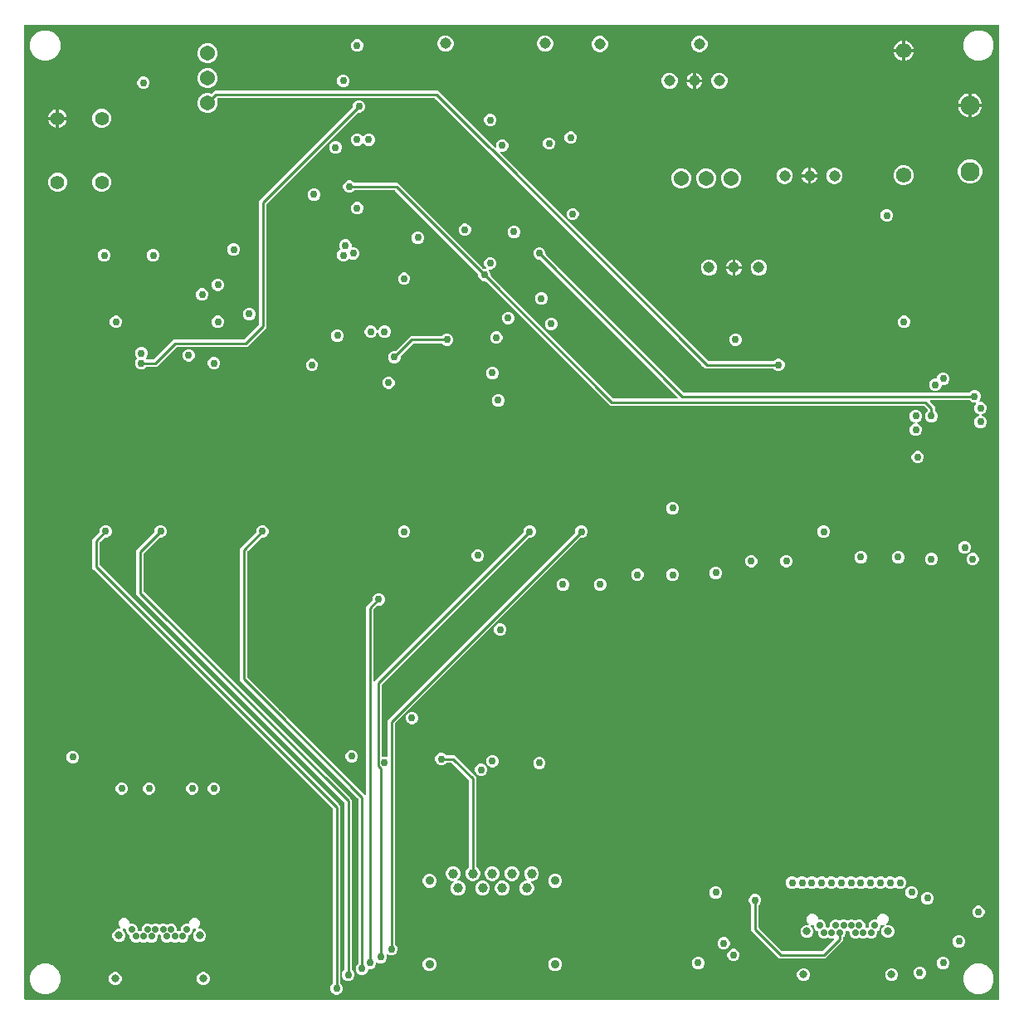
<source format=gbr>
G04 EAGLE Gerber RS-274X export*
G75*
%MOMM*%
%FSLAX34Y34*%
%LPD*%
%INCopper Layer 15*%
%IPPOS*%
%AMOC8*
5,1,8,0,0,1.08239X$1,22.5*%
G01*
%ADD10C,1.137919*%
%ADD11C,0.700000*%
%ADD12C,0.800000*%
%ADD13C,1.422400*%
%ADD14C,1.540000*%
%ADD15C,1.000000*%
%ADD16C,0.900000*%
%ADD17C,1.564638*%
%ADD18C,1.955800*%
%ADD19C,0.756400*%
%ADD20C,0.254000*%

G36*
X996718Y2544D02*
X996718Y2544D01*
X996737Y2542D01*
X996839Y2564D01*
X996941Y2580D01*
X996958Y2590D01*
X996978Y2594D01*
X997067Y2647D01*
X997158Y2696D01*
X997172Y2710D01*
X997189Y2720D01*
X997256Y2799D01*
X997328Y2874D01*
X997336Y2892D01*
X997349Y2907D01*
X997388Y3003D01*
X997431Y3097D01*
X997433Y3117D01*
X997441Y3135D01*
X997459Y3302D01*
X997459Y996698D01*
X997456Y996718D01*
X997458Y996737D01*
X997436Y996839D01*
X997420Y996941D01*
X997410Y996958D01*
X997406Y996978D01*
X997353Y997067D01*
X997304Y997158D01*
X997290Y997172D01*
X997280Y997189D01*
X997201Y997256D01*
X997126Y997328D01*
X997108Y997336D01*
X997093Y997349D01*
X996997Y997388D01*
X996903Y997431D01*
X996883Y997433D01*
X996865Y997441D01*
X996698Y997459D01*
X3302Y997459D01*
X3282Y997456D01*
X3263Y997458D01*
X3161Y997436D01*
X3059Y997420D01*
X3042Y997410D01*
X3022Y997406D01*
X2933Y997353D01*
X2842Y997304D01*
X2828Y997290D01*
X2811Y997280D01*
X2744Y997201D01*
X2672Y997126D01*
X2664Y997108D01*
X2651Y997093D01*
X2612Y996997D01*
X2569Y996903D01*
X2567Y996883D01*
X2559Y996865D01*
X2541Y996698D01*
X2541Y3302D01*
X2544Y3282D01*
X2542Y3263D01*
X2564Y3161D01*
X2580Y3059D01*
X2590Y3042D01*
X2594Y3022D01*
X2647Y2933D01*
X2696Y2842D01*
X2710Y2828D01*
X2720Y2811D01*
X2799Y2744D01*
X2874Y2672D01*
X2892Y2664D01*
X2907Y2651D01*
X3003Y2612D01*
X3097Y2569D01*
X3117Y2567D01*
X3135Y2559D01*
X3302Y2541D01*
X996698Y2541D01*
X996718Y2544D01*
G37*
%LPC*%
G36*
X345742Y27677D02*
X345742Y27677D01*
X343418Y28640D01*
X341640Y30418D01*
X340677Y32742D01*
X340677Y35258D01*
X341640Y37582D01*
X342966Y38908D01*
X343019Y38982D01*
X343079Y39051D01*
X343091Y39082D01*
X343110Y39108D01*
X343137Y39195D01*
X343171Y39280D01*
X343175Y39321D01*
X343182Y39343D01*
X343181Y39375D01*
X343189Y39446D01*
X343189Y207106D01*
X343175Y207196D01*
X343167Y207287D01*
X343155Y207317D01*
X343150Y207349D01*
X343107Y207430D01*
X343071Y207514D01*
X343045Y207546D01*
X343034Y207566D01*
X343011Y207589D01*
X342966Y207644D01*
X222589Y328022D01*
X222589Y462978D01*
X238754Y479144D01*
X238807Y479217D01*
X238867Y479287D01*
X238879Y479317D01*
X238898Y479343D01*
X238925Y479430D01*
X238959Y479515D01*
X238963Y479556D01*
X238970Y479578D01*
X238969Y479611D01*
X238977Y479682D01*
X238977Y481558D01*
X239940Y483882D01*
X241718Y485660D01*
X244042Y486623D01*
X246558Y486623D01*
X248882Y485660D01*
X250660Y483882D01*
X251623Y481558D01*
X251623Y479042D01*
X250660Y476718D01*
X248882Y474940D01*
X246558Y473977D01*
X244682Y473977D01*
X244592Y473963D01*
X244501Y473955D01*
X244471Y473943D01*
X244439Y473938D01*
X244358Y473895D01*
X244274Y473859D01*
X244242Y473833D01*
X244222Y473822D01*
X244199Y473799D01*
X244144Y473754D01*
X230434Y460044D01*
X230381Y459971D01*
X230321Y459901D01*
X230309Y459871D01*
X230290Y459845D01*
X230263Y459758D01*
X230229Y459673D01*
X230225Y459632D01*
X230218Y459610D01*
X230219Y459577D01*
X230211Y459506D01*
X230211Y331494D01*
X230225Y331404D01*
X230233Y331313D01*
X230245Y331283D01*
X230250Y331251D01*
X230293Y331170D01*
X230329Y331086D01*
X230355Y331054D01*
X230366Y331034D01*
X230389Y331011D01*
X230434Y330956D01*
X262434Y298956D01*
X349890Y211499D01*
X349948Y211458D01*
X350000Y211408D01*
X350047Y211386D01*
X350089Y211356D01*
X350158Y211335D01*
X350223Y211305D01*
X350275Y211299D01*
X350325Y211284D01*
X350396Y211285D01*
X350467Y211278D01*
X350518Y211289D01*
X350570Y211290D01*
X350638Y211315D01*
X350708Y211330D01*
X350752Y211356D01*
X350801Y211374D01*
X350857Y211419D01*
X350919Y211456D01*
X350953Y211496D01*
X350993Y211528D01*
X351032Y211588D01*
X351079Y211643D01*
X351098Y211691D01*
X351126Y211735D01*
X351144Y211804D01*
X351171Y211871D01*
X351179Y211942D01*
X351187Y211974D01*
X351185Y211997D01*
X351189Y212038D01*
X351189Y403578D01*
X357454Y409844D01*
X357507Y409917D01*
X357567Y409987D01*
X357579Y410017D01*
X357598Y410043D01*
X357625Y410130D01*
X357659Y410215D01*
X357663Y410256D01*
X357670Y410278D01*
X357669Y410311D01*
X357677Y410382D01*
X357677Y412258D01*
X358640Y414582D01*
X360418Y416360D01*
X362742Y417323D01*
X365258Y417323D01*
X367582Y416360D01*
X369360Y414582D01*
X370323Y412258D01*
X370323Y409742D01*
X369360Y407418D01*
X367582Y405640D01*
X365258Y404677D01*
X363382Y404677D01*
X363292Y404663D01*
X363201Y404655D01*
X363171Y404643D01*
X363139Y404638D01*
X363058Y404595D01*
X362974Y404559D01*
X362942Y404533D01*
X362922Y404522D01*
X362899Y404499D01*
X362844Y404454D01*
X359034Y400644D01*
X358981Y400571D01*
X358921Y400501D01*
X358909Y400471D01*
X358890Y400445D01*
X358863Y400358D01*
X358829Y400273D01*
X358825Y400232D01*
X358818Y400210D01*
X358819Y400177D01*
X358811Y400106D01*
X358811Y328038D01*
X358822Y327967D01*
X358824Y327895D01*
X358842Y327846D01*
X358850Y327795D01*
X358884Y327732D01*
X358909Y327664D01*
X358941Y327624D01*
X358966Y327578D01*
X359017Y327528D01*
X359062Y327472D01*
X359106Y327444D01*
X359144Y327408D01*
X359209Y327378D01*
X359269Y327339D01*
X359320Y327327D01*
X359367Y327305D01*
X359438Y327297D01*
X359508Y327279D01*
X359560Y327283D01*
X359611Y327278D01*
X359682Y327293D01*
X359753Y327298D01*
X359801Y327319D01*
X359852Y327330D01*
X359913Y327367D01*
X359979Y327395D01*
X360035Y327439D01*
X360063Y327456D01*
X360078Y327474D01*
X360110Y327499D01*
X511454Y478843D01*
X511507Y478917D01*
X511567Y478987D01*
X511579Y479017D01*
X511598Y479043D01*
X511625Y479130D01*
X511659Y479215D01*
X511663Y479256D01*
X511670Y479278D01*
X511669Y479310D01*
X511677Y479382D01*
X511677Y481258D01*
X512640Y483582D01*
X514418Y485360D01*
X516742Y486323D01*
X519258Y486323D01*
X521582Y485360D01*
X523360Y483582D01*
X524323Y481258D01*
X524323Y478742D01*
X523360Y476418D01*
X521582Y474640D01*
X519258Y473677D01*
X517382Y473677D01*
X517292Y473663D01*
X517201Y473655D01*
X517171Y473643D01*
X517139Y473638D01*
X517058Y473595D01*
X516974Y473559D01*
X516942Y473533D01*
X516922Y473522D01*
X516899Y473499D01*
X516843Y473454D01*
X367458Y324068D01*
X367405Y323995D01*
X367345Y323925D01*
X367333Y323895D01*
X367314Y323869D01*
X367287Y323782D01*
X367253Y323697D01*
X367249Y323656D01*
X367242Y323634D01*
X367243Y323601D01*
X367235Y323530D01*
X367235Y250838D01*
X367242Y250792D01*
X367240Y250746D01*
X367262Y250671D01*
X367274Y250595D01*
X367296Y250554D01*
X367309Y250510D01*
X367353Y250446D01*
X367390Y250377D01*
X367423Y250346D01*
X367449Y250308D01*
X367512Y250262D01*
X367568Y250208D01*
X367610Y250189D01*
X367646Y250161D01*
X367720Y250137D01*
X367791Y250104D01*
X367837Y250099D01*
X367880Y250085D01*
X367958Y250086D01*
X368035Y250077D01*
X368080Y250087D01*
X368126Y250088D01*
X368257Y250126D01*
X368276Y250130D01*
X368280Y250132D01*
X368287Y250134D01*
X368742Y250323D01*
X371258Y250323D01*
X372137Y249959D01*
X372181Y249948D01*
X372223Y249929D01*
X372300Y249920D01*
X372376Y249902D01*
X372422Y249907D01*
X372467Y249902D01*
X372544Y249918D01*
X372621Y249926D01*
X372663Y249944D01*
X372708Y249954D01*
X372775Y249994D01*
X372846Y250026D01*
X372880Y250057D01*
X372919Y250080D01*
X372970Y250139D01*
X373027Y250192D01*
X373049Y250232D01*
X373079Y250267D01*
X373108Y250339D01*
X373145Y250407D01*
X373154Y250453D01*
X373171Y250495D01*
X373186Y250631D01*
X373189Y250650D01*
X373188Y250654D01*
X373189Y250662D01*
X373189Y287578D01*
X564454Y478844D01*
X564507Y478917D01*
X564567Y478987D01*
X564579Y479017D01*
X564598Y479043D01*
X564625Y479130D01*
X564659Y479215D01*
X564663Y479256D01*
X564670Y479278D01*
X564669Y479311D01*
X564677Y479382D01*
X564677Y481258D01*
X565640Y483582D01*
X567418Y485360D01*
X569742Y486323D01*
X572258Y486323D01*
X574582Y485360D01*
X576360Y483582D01*
X577323Y481258D01*
X577323Y478742D01*
X576360Y476418D01*
X574582Y474640D01*
X572258Y473677D01*
X570382Y473677D01*
X570292Y473663D01*
X570201Y473655D01*
X570171Y473643D01*
X570139Y473638D01*
X570058Y473595D01*
X569974Y473559D01*
X569942Y473533D01*
X569922Y473522D01*
X569899Y473499D01*
X569844Y473454D01*
X381034Y284644D01*
X380981Y284571D01*
X380921Y284501D01*
X380909Y284471D01*
X380890Y284445D01*
X380863Y284358D01*
X380829Y284273D01*
X380825Y284232D01*
X380818Y284210D01*
X380819Y284177D01*
X380811Y284106D01*
X380811Y59446D01*
X380825Y59356D01*
X380833Y59265D01*
X380845Y59236D01*
X380850Y59204D01*
X380893Y59123D01*
X380929Y59039D01*
X380955Y59007D01*
X380966Y58986D01*
X380989Y58964D01*
X381034Y58908D01*
X382360Y57582D01*
X383323Y55258D01*
X383323Y52742D01*
X382360Y50418D01*
X380582Y48640D01*
X378258Y47677D01*
X375742Y47677D01*
X373418Y48640D01*
X373277Y48782D01*
X373198Y48838D01*
X373123Y48900D01*
X373098Y48910D01*
X373077Y48925D01*
X372984Y48954D01*
X372893Y48989D01*
X372867Y48990D01*
X372842Y48997D01*
X372745Y48995D01*
X372647Y48999D01*
X372622Y48992D01*
X372596Y48991D01*
X372505Y48958D01*
X372411Y48931D01*
X372390Y48916D01*
X372365Y48907D01*
X372289Y48846D01*
X372209Y48790D01*
X372193Y48769D01*
X372173Y48753D01*
X372120Y48671D01*
X372062Y48593D01*
X372054Y48568D01*
X372040Y48546D01*
X372016Y48452D01*
X371986Y48359D01*
X371986Y48333D01*
X371980Y48308D01*
X371987Y48210D01*
X371988Y48113D01*
X371998Y48082D01*
X371999Y48062D01*
X372012Y48032D01*
X372035Y47952D01*
X372323Y47258D01*
X372323Y44742D01*
X371360Y42418D01*
X369582Y40640D01*
X367258Y39677D01*
X364742Y39677D01*
X362375Y40658D01*
X362331Y40668D01*
X362289Y40688D01*
X362212Y40696D01*
X362136Y40714D01*
X362090Y40710D01*
X362045Y40715D01*
X361968Y40698D01*
X361891Y40691D01*
X361849Y40672D01*
X361804Y40662D01*
X361737Y40622D01*
X361666Y40591D01*
X361632Y40560D01*
X361593Y40536D01*
X361542Y40477D01*
X361485Y40424D01*
X361463Y40384D01*
X361433Y40349D01*
X361404Y40277D01*
X361367Y40209D01*
X361358Y40164D01*
X361341Y40121D01*
X361326Y39985D01*
X361323Y39967D01*
X361324Y39962D01*
X361323Y39954D01*
X361323Y38742D01*
X360360Y36418D01*
X358582Y34640D01*
X356258Y33677D01*
X354084Y33677D01*
X354064Y33674D01*
X354045Y33676D01*
X353943Y33654D01*
X353841Y33638D01*
X353824Y33628D01*
X353804Y33624D01*
X353715Y33571D01*
X353624Y33522D01*
X353610Y33508D01*
X353593Y33498D01*
X353526Y33419D01*
X353454Y33344D01*
X353446Y33326D01*
X353433Y33311D01*
X353394Y33215D01*
X353351Y33121D01*
X353349Y33101D01*
X353341Y33083D01*
X353323Y32916D01*
X353323Y32742D01*
X352360Y30418D01*
X350582Y28640D01*
X348258Y27677D01*
X345742Y27677D01*
G37*
%LPD*%
%LPC*%
G36*
X976742Y585677D02*
X976742Y585677D01*
X974418Y586640D01*
X972640Y588418D01*
X971677Y590742D01*
X971677Y593258D01*
X972640Y595582D01*
X974418Y597360D01*
X976679Y598297D01*
X976741Y598335D01*
X976806Y598364D01*
X976844Y598399D01*
X976889Y598426D01*
X976934Y598482D01*
X976987Y598530D01*
X977012Y598576D01*
X977045Y598616D01*
X977071Y598683D01*
X977106Y598746D01*
X977115Y598797D01*
X977134Y598845D01*
X977137Y598917D01*
X977149Y598988D01*
X977142Y599039D01*
X977144Y599091D01*
X977124Y599160D01*
X977114Y599231D01*
X977090Y599277D01*
X977075Y599327D01*
X977035Y599386D01*
X977002Y599450D01*
X976965Y599487D01*
X976935Y599529D01*
X976878Y599572D01*
X976826Y599622D01*
X976764Y599657D01*
X976738Y599676D01*
X976716Y599683D01*
X976679Y599703D01*
X974418Y600640D01*
X972640Y602418D01*
X971677Y604742D01*
X971677Y607258D01*
X972640Y609582D01*
X973436Y610378D01*
X973478Y610436D01*
X973527Y610488D01*
X973549Y610535D01*
X973580Y610577D01*
X973601Y610646D01*
X973631Y610711D01*
X973637Y610763D01*
X973652Y610813D01*
X973650Y610884D01*
X973658Y610955D01*
X973647Y611006D01*
X973646Y611058D01*
X973621Y611126D01*
X973606Y611196D01*
X973579Y611241D01*
X973561Y611289D01*
X973516Y611345D01*
X973480Y611407D01*
X973440Y611441D01*
X973407Y611481D01*
X973347Y611520D01*
X973293Y611567D01*
X973244Y611586D01*
X973201Y611614D01*
X973131Y611632D01*
X973064Y611659D01*
X972993Y611667D01*
X972962Y611675D01*
X972939Y611673D01*
X972898Y611677D01*
X970742Y611677D01*
X968418Y612640D01*
X967092Y613966D01*
X967018Y614019D01*
X966949Y614079D01*
X966919Y614091D01*
X966892Y614110D01*
X966805Y614137D01*
X966720Y614171D01*
X966680Y614175D01*
X966657Y614182D01*
X966625Y614181D01*
X966554Y614189D01*
X927038Y614189D01*
X926967Y614178D01*
X926895Y614176D01*
X926846Y614158D01*
X926795Y614150D01*
X926732Y614116D01*
X926664Y614091D01*
X926624Y614059D01*
X926578Y614034D01*
X926528Y613982D01*
X926472Y613938D01*
X926444Y613894D01*
X926408Y613856D01*
X926378Y613791D01*
X926339Y613731D01*
X926327Y613680D01*
X926305Y613633D01*
X926297Y613562D01*
X926279Y613492D01*
X926283Y613440D01*
X926278Y613389D01*
X926293Y613318D01*
X926298Y613247D01*
X926319Y613199D01*
X926330Y613148D01*
X926367Y613087D01*
X926395Y613021D01*
X926439Y612965D01*
X926456Y612937D01*
X926474Y612922D01*
X926499Y612890D01*
X929356Y610034D01*
X931811Y607578D01*
X931811Y603446D01*
X931825Y603356D01*
X931833Y603265D01*
X931845Y603236D01*
X931850Y603204D01*
X931893Y603123D01*
X931929Y603039D01*
X931955Y603007D01*
X931966Y602986D01*
X931989Y602964D01*
X932034Y602908D01*
X933360Y601582D01*
X934323Y599258D01*
X934323Y596742D01*
X933360Y594418D01*
X931582Y592640D01*
X929258Y591677D01*
X926742Y591677D01*
X924418Y592640D01*
X922640Y594418D01*
X921677Y596742D01*
X921677Y599258D01*
X922640Y601582D01*
X923966Y602908D01*
X924019Y602982D01*
X924079Y603051D01*
X924091Y603082D01*
X924110Y603108D01*
X924137Y603195D01*
X924171Y603280D01*
X924175Y603321D01*
X924182Y603343D01*
X924181Y603375D01*
X924189Y603446D01*
X924189Y604106D01*
X924175Y604196D01*
X924167Y604287D01*
X924155Y604317D01*
X924150Y604349D01*
X924107Y604430D01*
X924071Y604514D01*
X924045Y604546D01*
X924034Y604566D01*
X924011Y604589D01*
X923966Y604644D01*
X920644Y607966D01*
X920571Y608019D01*
X920501Y608079D01*
X920471Y608091D01*
X920445Y608110D01*
X920358Y608137D01*
X920273Y608171D01*
X920232Y608175D01*
X920210Y608182D01*
X920177Y608181D01*
X920106Y608189D01*
X600422Y608189D01*
X473156Y735454D01*
X473083Y735507D01*
X473013Y735567D01*
X472983Y735579D01*
X472957Y735598D01*
X472870Y735625D01*
X472785Y735659D01*
X472744Y735663D01*
X472722Y735670D01*
X472689Y735669D01*
X472618Y735677D01*
X470742Y735677D01*
X468418Y736640D01*
X466640Y738418D01*
X465677Y740742D01*
X465677Y742618D01*
X465663Y742708D01*
X465655Y742799D01*
X465643Y742829D01*
X465638Y742861D01*
X465595Y742942D01*
X465559Y743026D01*
X465533Y743058D01*
X465522Y743078D01*
X465499Y743101D01*
X465454Y743156D01*
X380644Y827966D01*
X380571Y828019D01*
X380501Y828079D01*
X380471Y828091D01*
X380445Y828110D01*
X380358Y828137D01*
X380273Y828171D01*
X380232Y828175D01*
X380210Y828182D01*
X380177Y828181D01*
X380106Y828189D01*
X339446Y828189D01*
X339356Y828175D01*
X339265Y828167D01*
X339236Y828155D01*
X339204Y828150D01*
X339123Y828107D01*
X339039Y828071D01*
X339007Y828045D01*
X338986Y828034D01*
X338964Y828011D01*
X338908Y827966D01*
X337582Y826640D01*
X335258Y825677D01*
X332742Y825677D01*
X330418Y826640D01*
X328640Y828418D01*
X327677Y830742D01*
X327677Y833258D01*
X328640Y835582D01*
X330418Y837360D01*
X332742Y838323D01*
X335258Y838323D01*
X337582Y837360D01*
X338908Y836034D01*
X338982Y835981D01*
X339051Y835921D01*
X339082Y835909D01*
X339108Y835890D01*
X339195Y835863D01*
X339280Y835829D01*
X339321Y835825D01*
X339343Y835818D01*
X339375Y835819D01*
X339446Y835811D01*
X383578Y835811D01*
X470844Y748546D01*
X470917Y748493D01*
X470987Y748433D01*
X471017Y748421D01*
X471043Y748402D01*
X471130Y748375D01*
X471215Y748341D01*
X471256Y748337D01*
X471278Y748330D01*
X471311Y748331D01*
X471382Y748323D01*
X472898Y748323D01*
X472968Y748334D01*
X473040Y748336D01*
X473089Y748354D01*
X473141Y748362D01*
X473204Y748396D01*
X473271Y748421D01*
X473312Y748453D01*
X473358Y748478D01*
X473407Y748530D01*
X473463Y748574D01*
X473491Y748618D01*
X473527Y748656D01*
X473557Y748721D01*
X473596Y748781D01*
X473609Y748832D01*
X473631Y748879D01*
X473639Y748950D01*
X473656Y749020D01*
X473652Y749072D01*
X473658Y749123D01*
X473643Y749194D01*
X473637Y749265D01*
X473617Y749313D01*
X473606Y749364D01*
X473569Y749425D01*
X473541Y749491D01*
X473496Y749547D01*
X473480Y749575D01*
X473462Y749590D01*
X473436Y749622D01*
X472640Y750418D01*
X471677Y752742D01*
X471677Y755258D01*
X472640Y757582D01*
X474418Y759360D01*
X476742Y760323D01*
X479258Y760323D01*
X481582Y759360D01*
X483360Y757582D01*
X484323Y755258D01*
X484323Y752742D01*
X483360Y750418D01*
X481582Y748640D01*
X479258Y747677D01*
X477102Y747677D01*
X477032Y747666D01*
X476960Y747664D01*
X476911Y747646D01*
X476859Y747638D01*
X476796Y747604D01*
X476729Y747579D01*
X476688Y747547D01*
X476642Y747522D01*
X476593Y747470D01*
X476537Y747426D01*
X476509Y747382D01*
X476473Y747344D01*
X476443Y747279D01*
X476404Y747219D01*
X476391Y747168D01*
X476369Y747121D01*
X476361Y747050D01*
X476344Y746980D01*
X476348Y746928D01*
X476342Y746877D01*
X476357Y746806D01*
X476363Y746735D01*
X476383Y746687D01*
X476394Y746636D01*
X476431Y746575D01*
X476459Y746509D01*
X476504Y746453D01*
X476520Y746425D01*
X476538Y746410D01*
X476564Y746378D01*
X477360Y745582D01*
X478323Y743258D01*
X478323Y741382D01*
X478337Y741292D01*
X478345Y741201D01*
X478357Y741171D01*
X478362Y741139D01*
X478405Y741058D01*
X478441Y740974D01*
X478467Y740942D01*
X478478Y740922D01*
X478501Y740899D01*
X478546Y740844D01*
X603356Y616034D01*
X603429Y615981D01*
X603499Y615921D01*
X603529Y615909D01*
X603555Y615890D01*
X603642Y615863D01*
X603727Y615829D01*
X603768Y615825D01*
X603790Y615818D01*
X603823Y615819D01*
X603894Y615811D01*
X668962Y615811D01*
X669033Y615822D01*
X669105Y615824D01*
X669154Y615842D01*
X669205Y615850D01*
X669268Y615884D01*
X669336Y615909D01*
X669376Y615941D01*
X669422Y615966D01*
X669472Y616018D01*
X669528Y616062D01*
X669556Y616106D01*
X669592Y616144D01*
X669622Y616209D01*
X669661Y616269D01*
X669673Y616320D01*
X669695Y616367D01*
X669703Y616438D01*
X669721Y616508D01*
X669717Y616560D01*
X669722Y616611D01*
X669707Y616682D01*
X669702Y616753D01*
X669681Y616801D01*
X669670Y616852D01*
X669633Y616913D01*
X669605Y616979D01*
X669561Y617035D01*
X669544Y617063D01*
X669526Y617078D01*
X669501Y617110D01*
X529156Y757454D01*
X529083Y757507D01*
X529013Y757567D01*
X528983Y757579D01*
X528957Y757598D01*
X528870Y757625D01*
X528785Y757659D01*
X528744Y757663D01*
X528722Y757670D01*
X528689Y757669D01*
X528618Y757677D01*
X526742Y757677D01*
X524418Y758640D01*
X522640Y760418D01*
X521677Y762742D01*
X521677Y765258D01*
X522640Y767582D01*
X524418Y769360D01*
X526742Y770323D01*
X529258Y770323D01*
X531582Y769360D01*
X533360Y767582D01*
X534323Y765258D01*
X534323Y763382D01*
X534337Y763292D01*
X534345Y763201D01*
X534357Y763171D01*
X534362Y763139D01*
X534405Y763058D01*
X534441Y762974D01*
X534467Y762942D01*
X534478Y762922D01*
X534501Y762899D01*
X534546Y762844D01*
X675356Y622034D01*
X675429Y621981D01*
X675499Y621921D01*
X675529Y621909D01*
X675555Y621890D01*
X675642Y621863D01*
X675727Y621829D01*
X675768Y621825D01*
X675790Y621818D01*
X675823Y621819D01*
X675894Y621811D01*
X966554Y621811D01*
X966644Y621825D01*
X966735Y621833D01*
X966765Y621845D01*
X966796Y621850D01*
X966877Y621893D01*
X966961Y621929D01*
X966993Y621955D01*
X967014Y621966D01*
X967036Y621989D01*
X967092Y622034D01*
X968418Y623360D01*
X970742Y624323D01*
X973258Y624323D01*
X975582Y623360D01*
X977360Y621582D01*
X978323Y619258D01*
X978323Y616742D01*
X977360Y614418D01*
X976564Y613622D01*
X976522Y613564D01*
X976473Y613512D01*
X976451Y613465D01*
X976420Y613423D01*
X976399Y613354D01*
X976369Y613289D01*
X976363Y613237D01*
X976348Y613187D01*
X976350Y613116D01*
X976342Y613045D01*
X976353Y612994D01*
X976354Y612942D01*
X976379Y612874D01*
X976394Y612804D01*
X976421Y612759D01*
X976439Y612711D01*
X976484Y612655D01*
X976520Y612593D01*
X976560Y612559D01*
X976593Y612519D01*
X976653Y612480D01*
X976707Y612433D01*
X976756Y612414D01*
X976799Y612386D01*
X976869Y612368D01*
X976936Y612341D01*
X977007Y612333D01*
X977038Y612325D01*
X977061Y612327D01*
X977102Y612323D01*
X979258Y612323D01*
X981582Y611360D01*
X983360Y609582D01*
X984323Y607258D01*
X984323Y604742D01*
X983360Y602418D01*
X981582Y600640D01*
X979321Y599703D01*
X979260Y599665D01*
X979194Y599636D01*
X979156Y599601D01*
X979111Y599574D01*
X979066Y599518D01*
X979013Y599470D01*
X978988Y599424D01*
X978955Y599384D01*
X978929Y599317D01*
X978894Y599254D01*
X978885Y599203D01*
X978866Y599155D01*
X978863Y599083D01*
X978851Y599012D01*
X978858Y598961D01*
X978856Y598909D01*
X978876Y598840D01*
X978886Y598769D01*
X978910Y598723D01*
X978925Y598673D01*
X978965Y598614D01*
X978998Y598550D01*
X979035Y598513D01*
X979065Y598471D01*
X979122Y598428D01*
X979174Y598378D01*
X979236Y598343D01*
X979262Y598324D01*
X979284Y598317D01*
X979321Y598297D01*
X981582Y597360D01*
X983360Y595582D01*
X984323Y593258D01*
X984323Y590742D01*
X983360Y588418D01*
X981582Y586640D01*
X979258Y585677D01*
X976742Y585677D01*
G37*
%LPD*%
%LPC*%
G36*
X770742Y643677D02*
X770742Y643677D01*
X768418Y644640D01*
X767092Y645966D01*
X767018Y646019D01*
X766949Y646079D01*
X766918Y646091D01*
X766892Y646110D01*
X766805Y646137D01*
X766720Y646171D01*
X766679Y646175D01*
X766657Y646182D01*
X766625Y646181D01*
X766554Y646189D01*
X697481Y646189D01*
X695026Y648644D01*
X695026Y648645D01*
X478026Y865644D01*
X421704Y921966D01*
X421630Y922019D01*
X421560Y922079D01*
X421530Y922091D01*
X421504Y922110D01*
X421417Y922137D01*
X421332Y922171D01*
X421291Y922175D01*
X421269Y922182D01*
X421237Y922181D01*
X421166Y922189D01*
X200094Y922189D01*
X200004Y922175D01*
X199913Y922167D01*
X199883Y922155D01*
X199851Y922150D01*
X199771Y922107D01*
X199687Y922071D01*
X199654Y922045D01*
X199634Y922034D01*
X199612Y922011D01*
X199556Y921966D01*
X199276Y921687D01*
X199208Y921592D01*
X199138Y921498D01*
X199136Y921492D01*
X199133Y921487D01*
X199098Y921375D01*
X199062Y921264D01*
X199062Y921258D01*
X199060Y921252D01*
X199063Y921135D01*
X199064Y921018D01*
X199066Y921011D01*
X199067Y921006D01*
X199073Y920989D01*
X199111Y920857D01*
X199741Y919337D01*
X199741Y915263D01*
X198182Y911499D01*
X195301Y908618D01*
X191537Y907059D01*
X187463Y907059D01*
X183699Y908618D01*
X180818Y911499D01*
X179259Y915263D01*
X179259Y919337D01*
X180818Y923101D01*
X183699Y925982D01*
X187463Y927541D01*
X191537Y927541D01*
X193057Y926911D01*
X193171Y926884D01*
X193284Y926856D01*
X193291Y926856D01*
X193297Y926855D01*
X193413Y926866D01*
X193530Y926875D01*
X193535Y926877D01*
X193542Y926878D01*
X193648Y926925D01*
X193756Y926971D01*
X193762Y926976D01*
X193766Y926978D01*
X193780Y926990D01*
X193887Y927076D01*
X194166Y927356D01*
X196622Y929811D01*
X424638Y929811D01*
X477885Y876563D01*
X482378Y872071D01*
X482436Y872029D01*
X482488Y871980D01*
X482535Y871958D01*
X482577Y871927D01*
X482646Y871906D01*
X482711Y871876D01*
X482763Y871870D01*
X482813Y871855D01*
X482884Y871857D01*
X482955Y871849D01*
X483006Y871860D01*
X483058Y871861D01*
X483126Y871886D01*
X483196Y871901D01*
X483241Y871928D01*
X483289Y871946D01*
X483345Y871991D01*
X483407Y872027D01*
X483441Y872067D01*
X483481Y872099D01*
X483520Y872160D01*
X483567Y872214D01*
X483586Y872263D01*
X483614Y872306D01*
X483632Y872376D01*
X483659Y872442D01*
X483667Y872514D01*
X483675Y872545D01*
X483673Y872568D01*
X483677Y872609D01*
X483677Y875258D01*
X484640Y877582D01*
X486418Y879360D01*
X488742Y880323D01*
X491258Y880323D01*
X493582Y879360D01*
X495360Y877582D01*
X496323Y875258D01*
X496323Y872742D01*
X495360Y870418D01*
X493582Y868640D01*
X491258Y867677D01*
X488609Y867677D01*
X488538Y867666D01*
X488467Y867664D01*
X488418Y867646D01*
X488366Y867638D01*
X488303Y867604D01*
X488236Y867579D01*
X488195Y867547D01*
X488149Y867522D01*
X488100Y867471D01*
X488044Y867426D01*
X488015Y867382D01*
X487980Y867344D01*
X487949Y867279D01*
X487911Y867219D01*
X487898Y867168D01*
X487876Y867121D01*
X487868Y867050D01*
X487851Y866980D01*
X487855Y866928D01*
X487849Y866877D01*
X487864Y866806D01*
X487870Y866735D01*
X487890Y866687D01*
X487901Y866636D01*
X487938Y866575D01*
X487966Y866509D01*
X488011Y866453D01*
X488027Y866425D01*
X488045Y866410D01*
X488071Y866378D01*
X700415Y654034D01*
X700489Y653981D01*
X700558Y653921D01*
X700588Y653909D01*
X700615Y653890D01*
X700701Y653863D01*
X700786Y653829D01*
X700827Y653825D01*
X700850Y653818D01*
X700882Y653819D01*
X700953Y653811D01*
X766554Y653811D01*
X766644Y653825D01*
X766735Y653833D01*
X766764Y653845D01*
X766796Y653850D01*
X766877Y653893D01*
X766961Y653929D01*
X766993Y653955D01*
X767014Y653966D01*
X767036Y653989D01*
X767092Y654034D01*
X768418Y655360D01*
X770742Y656323D01*
X773258Y656323D01*
X775582Y655360D01*
X777360Y653582D01*
X778323Y651258D01*
X778323Y648742D01*
X777360Y646418D01*
X775582Y644640D01*
X773258Y643677D01*
X770742Y643677D01*
G37*
%LPD*%
%LPC*%
G36*
X319742Y7677D02*
X319742Y7677D01*
X317418Y8640D01*
X315640Y10418D01*
X314677Y12742D01*
X314677Y15258D01*
X315640Y17582D01*
X316966Y18908D01*
X317019Y18982D01*
X317079Y19051D01*
X317091Y19082D01*
X317110Y19108D01*
X317137Y19195D01*
X317171Y19280D01*
X317175Y19321D01*
X317182Y19343D01*
X317181Y19375D01*
X317189Y19446D01*
X317189Y197106D01*
X317175Y197196D01*
X317167Y197287D01*
X317155Y197317D01*
X317150Y197349D01*
X317107Y197430D01*
X317071Y197514D01*
X317045Y197546D01*
X317034Y197566D01*
X317011Y197589D01*
X316966Y197644D01*
X71989Y442622D01*
X71989Y472378D01*
X78954Y479344D01*
X79002Y479410D01*
X79008Y479416D01*
X79010Y479421D01*
X79067Y479487D01*
X79079Y479517D01*
X79098Y479543D01*
X79125Y479630D01*
X79159Y479715D01*
X79163Y479756D01*
X79170Y479778D01*
X79169Y479811D01*
X79177Y479882D01*
X79177Y481758D01*
X80140Y484082D01*
X81918Y485860D01*
X84242Y486823D01*
X86758Y486823D01*
X89082Y485860D01*
X90860Y484082D01*
X91823Y481758D01*
X91823Y479242D01*
X90860Y476918D01*
X89082Y475140D01*
X86758Y474177D01*
X84882Y474177D01*
X84792Y474163D01*
X84701Y474155D01*
X84671Y474143D01*
X84639Y474138D01*
X84558Y474095D01*
X84474Y474059D01*
X84442Y474033D01*
X84422Y474022D01*
X84399Y473999D01*
X84344Y473954D01*
X79834Y469444D01*
X79781Y469371D01*
X79721Y469301D01*
X79709Y469271D01*
X79690Y469245D01*
X79663Y469158D01*
X79629Y469073D01*
X79625Y469032D01*
X79618Y469010D01*
X79619Y468977D01*
X79611Y468906D01*
X79611Y446094D01*
X79625Y446004D01*
X79633Y445913D01*
X79645Y445883D01*
X79650Y445851D01*
X79693Y445770D01*
X79729Y445686D01*
X79755Y445654D01*
X79766Y445634D01*
X79789Y445611D01*
X79834Y445556D01*
X324811Y200578D01*
X324811Y19446D01*
X324825Y19356D01*
X324833Y19265D01*
X324845Y19236D01*
X324850Y19204D01*
X324893Y19123D01*
X324929Y19039D01*
X324955Y19007D01*
X324966Y18986D01*
X324989Y18964D01*
X325034Y18908D01*
X326360Y17582D01*
X327323Y15258D01*
X327323Y12742D01*
X326360Y10418D01*
X324582Y8640D01*
X322258Y7677D01*
X319742Y7677D01*
G37*
%LPD*%
%LPC*%
G36*
X331742Y21677D02*
X331742Y21677D01*
X329418Y22640D01*
X327640Y24418D01*
X326677Y26742D01*
X326677Y29258D01*
X327640Y31582D01*
X328966Y32908D01*
X329019Y32982D01*
X329079Y33051D01*
X329091Y33082D01*
X329110Y33108D01*
X329137Y33195D01*
X329171Y33280D01*
X329175Y33321D01*
X329182Y33343D01*
X329181Y33375D01*
X329189Y33446D01*
X329189Y203106D01*
X329175Y203196D01*
X329167Y203287D01*
X329155Y203317D01*
X329150Y203349D01*
X329107Y203430D01*
X329071Y203514D01*
X329045Y203546D01*
X329034Y203566D01*
X329011Y203589D01*
X328966Y203644D01*
X116789Y415822D01*
X116789Y461178D01*
X134954Y479344D01*
X135002Y479410D01*
X135008Y479416D01*
X135010Y479421D01*
X135067Y479487D01*
X135079Y479517D01*
X135098Y479543D01*
X135125Y479630D01*
X135159Y479715D01*
X135163Y479756D01*
X135170Y479778D01*
X135169Y479811D01*
X135177Y479882D01*
X135177Y481758D01*
X136140Y484082D01*
X137918Y485860D01*
X140242Y486823D01*
X142758Y486823D01*
X145082Y485860D01*
X146860Y484082D01*
X147823Y481758D01*
X147823Y479242D01*
X146860Y476918D01*
X145082Y475140D01*
X142758Y474177D01*
X140882Y474177D01*
X140792Y474163D01*
X140701Y474155D01*
X140671Y474143D01*
X140639Y474138D01*
X140558Y474095D01*
X140474Y474059D01*
X140442Y474033D01*
X140422Y474022D01*
X140399Y473999D01*
X140344Y473954D01*
X124634Y458244D01*
X124581Y458171D01*
X124521Y458101D01*
X124509Y458071D01*
X124490Y458045D01*
X124463Y457958D01*
X124429Y457873D01*
X124425Y457832D01*
X124418Y457810D01*
X124419Y457777D01*
X124411Y457706D01*
X124411Y419294D01*
X124425Y419204D01*
X124433Y419113D01*
X124445Y419083D01*
X124450Y419051D01*
X124493Y418970D01*
X124529Y418886D01*
X124555Y418854D01*
X124566Y418834D01*
X124589Y418811D01*
X124634Y418756D01*
X336811Y206578D01*
X336811Y33446D01*
X336825Y33356D01*
X336833Y33265D01*
X336845Y33236D01*
X336850Y33204D01*
X336893Y33123D01*
X336929Y33039D01*
X336955Y33007D01*
X336966Y32986D01*
X336989Y32964D01*
X337034Y32908D01*
X338360Y31582D01*
X339323Y29258D01*
X339323Y26742D01*
X338360Y24418D01*
X336582Y22640D01*
X334258Y21677D01*
X331742Y21677D01*
G37*
%LPD*%
%LPC*%
G36*
X120742Y645677D02*
X120742Y645677D01*
X118418Y646640D01*
X116640Y648418D01*
X115677Y650742D01*
X115677Y653258D01*
X116640Y655582D01*
X117520Y656462D01*
X117532Y656478D01*
X117547Y656490D01*
X117603Y656578D01*
X117664Y656661D01*
X117669Y656680D01*
X117680Y656697D01*
X117705Y656798D01*
X117736Y656897D01*
X117735Y656916D01*
X117740Y656936D01*
X117732Y657039D01*
X117730Y657142D01*
X117723Y657161D01*
X117721Y657181D01*
X117681Y657276D01*
X117645Y657373D01*
X117633Y657389D01*
X117625Y657407D01*
X117520Y657538D01*
X116640Y658418D01*
X115677Y660742D01*
X115677Y663258D01*
X116640Y665582D01*
X118418Y667360D01*
X120742Y668323D01*
X123258Y668323D01*
X125582Y667360D01*
X127360Y665582D01*
X128323Y663258D01*
X128323Y660742D01*
X127360Y658418D01*
X126480Y657538D01*
X126468Y657522D01*
X126453Y657510D01*
X126397Y657422D01*
X126336Y657339D01*
X126331Y657320D01*
X126320Y657303D01*
X126295Y657202D01*
X126264Y657103D01*
X126265Y657084D01*
X126260Y657064D01*
X126268Y656961D01*
X126270Y656858D01*
X126277Y656839D01*
X126279Y656819D01*
X126319Y656724D01*
X126355Y656627D01*
X126367Y656611D01*
X126375Y656593D01*
X126480Y656462D01*
X126908Y656034D01*
X126982Y655981D01*
X127051Y655921D01*
X127082Y655909D01*
X127108Y655890D01*
X127195Y655863D01*
X127280Y655829D01*
X127321Y655825D01*
X127343Y655818D01*
X127375Y655819D01*
X127446Y655811D01*
X134106Y655811D01*
X134196Y655825D01*
X134287Y655833D01*
X134317Y655845D01*
X134349Y655850D01*
X134430Y655893D01*
X134514Y655929D01*
X134546Y655955D01*
X134566Y655966D01*
X134589Y655989D01*
X134644Y656034D01*
X154422Y675811D01*
X226106Y675811D01*
X226196Y675825D01*
X226287Y675833D01*
X226317Y675845D01*
X226349Y675850D01*
X226430Y675893D01*
X226514Y675929D01*
X226546Y675955D01*
X226566Y675966D01*
X226589Y675989D01*
X226645Y676034D01*
X241966Y691355D01*
X242019Y691429D01*
X242079Y691499D01*
X242091Y691529D01*
X242110Y691555D01*
X242137Y691642D01*
X242171Y691727D01*
X242175Y691768D01*
X242182Y691790D01*
X242181Y691822D01*
X242189Y691894D01*
X242189Y817578D01*
X337454Y912843D01*
X337507Y912917D01*
X337567Y912987D01*
X337579Y913017D01*
X337598Y913043D01*
X337625Y913130D01*
X337659Y913215D01*
X337663Y913256D01*
X337670Y913278D01*
X337669Y913310D01*
X337677Y913382D01*
X337677Y915258D01*
X338640Y917582D01*
X340418Y919360D01*
X342742Y920323D01*
X345258Y920323D01*
X347582Y919360D01*
X349360Y917582D01*
X350323Y915258D01*
X350323Y912742D01*
X349360Y910418D01*
X347582Y908640D01*
X345258Y907677D01*
X343382Y907677D01*
X343292Y907663D01*
X343201Y907655D01*
X343171Y907643D01*
X343139Y907638D01*
X343058Y907595D01*
X342974Y907559D01*
X342942Y907533D01*
X342922Y907522D01*
X342912Y907513D01*
X342911Y907512D01*
X342897Y907497D01*
X342843Y907454D01*
X250034Y814644D01*
X249981Y814571D01*
X249921Y814501D01*
X249909Y814471D01*
X249890Y814445D01*
X249863Y814358D01*
X249829Y814273D01*
X249825Y814232D01*
X249818Y814210D01*
X249819Y814177D01*
X249811Y814106D01*
X249811Y688422D01*
X247356Y685966D01*
X247355Y685966D01*
X232034Y670645D01*
X232034Y670644D01*
X229578Y668189D01*
X157894Y668189D01*
X157804Y668175D01*
X157713Y668167D01*
X157683Y668155D01*
X157651Y668150D01*
X157570Y668107D01*
X157486Y668071D01*
X157454Y668045D01*
X157434Y668034D01*
X157411Y668011D01*
X157356Y667966D01*
X137578Y648189D01*
X127446Y648189D01*
X127356Y648175D01*
X127265Y648167D01*
X127236Y648155D01*
X127204Y648150D01*
X127123Y648107D01*
X127039Y648071D01*
X127007Y648045D01*
X126986Y648034D01*
X126964Y648011D01*
X126908Y647966D01*
X125582Y646640D01*
X123258Y645677D01*
X120742Y645677D01*
G37*
%LPD*%
%LPC*%
G36*
X772422Y44189D02*
X772422Y44189D01*
X744189Y72422D01*
X744189Y98554D01*
X744175Y98644D01*
X744167Y98735D01*
X744155Y98764D01*
X744150Y98796D01*
X744107Y98877D01*
X744071Y98961D01*
X744045Y98993D01*
X744034Y99014D01*
X744011Y99036D01*
X743966Y99092D01*
X742640Y100418D01*
X741677Y102742D01*
X741677Y105258D01*
X742640Y107582D01*
X744418Y109360D01*
X746742Y110323D01*
X749258Y110323D01*
X751582Y109360D01*
X753360Y107582D01*
X754323Y105258D01*
X754323Y102742D01*
X753360Y100418D01*
X752034Y99092D01*
X751981Y99018D01*
X751921Y98949D01*
X751909Y98918D01*
X751890Y98892D01*
X751863Y98805D01*
X751829Y98720D01*
X751825Y98679D01*
X751818Y98657D01*
X751819Y98625D01*
X751811Y98554D01*
X751811Y75894D01*
X751825Y75804D01*
X751833Y75713D01*
X751845Y75683D01*
X751850Y75651D01*
X751893Y75570D01*
X751929Y75486D01*
X751955Y75454D01*
X751966Y75434D01*
X751989Y75411D01*
X752034Y75356D01*
X775356Y52034D01*
X775429Y51981D01*
X775499Y51921D01*
X775529Y51909D01*
X775555Y51890D01*
X775642Y51863D01*
X775727Y51829D01*
X775768Y51825D01*
X775790Y51818D01*
X775823Y51819D01*
X775894Y51811D01*
X816106Y51811D01*
X816196Y51825D01*
X816287Y51833D01*
X816317Y51845D01*
X816349Y51850D01*
X816430Y51893D01*
X816514Y51929D01*
X816546Y51955D01*
X816566Y51966D01*
X816589Y51989D01*
X816644Y52034D01*
X828327Y63716D01*
X828383Y63795D01*
X828446Y63870D01*
X828455Y63894D01*
X828470Y63916D01*
X828499Y64009D01*
X828534Y64100D01*
X828535Y64126D01*
X828542Y64151D01*
X828540Y64248D01*
X828544Y64345D01*
X828537Y64370D01*
X828536Y64397D01*
X828503Y64488D01*
X828475Y64582D01*
X828461Y64603D01*
X828452Y64628D01*
X828391Y64704D01*
X828335Y64784D01*
X828314Y64799D01*
X828298Y64820D01*
X828216Y64872D01*
X828138Y64930D01*
X828113Y64938D01*
X828091Y64953D01*
X827996Y64976D01*
X827904Y65006D01*
X827878Y65006D01*
X827853Y65013D01*
X827755Y65005D01*
X827658Y65004D01*
X827627Y64995D01*
X827607Y64993D01*
X827577Y64981D01*
X827504Y64959D01*
X825098Y64959D01*
X822878Y65879D01*
X822838Y65919D01*
X822822Y65930D01*
X822810Y65946D01*
X822722Y66002D01*
X822639Y66062D01*
X822620Y66068D01*
X822603Y66079D01*
X822502Y66104D01*
X822404Y66135D01*
X822384Y66134D01*
X822364Y66139D01*
X822261Y66131D01*
X822158Y66128D01*
X822139Y66122D01*
X822119Y66120D01*
X822024Y66080D01*
X821927Y66044D01*
X821911Y66031D01*
X821893Y66024D01*
X821762Y65919D01*
X821722Y65879D01*
X819502Y64959D01*
X817098Y64959D01*
X814878Y65879D01*
X813179Y67578D01*
X812259Y69798D01*
X812259Y71798D01*
X812240Y71913D01*
X812223Y72029D01*
X812221Y72035D01*
X812220Y72041D01*
X812165Y72144D01*
X812112Y72248D01*
X812107Y72253D01*
X812104Y72258D01*
X812020Y72338D01*
X811936Y72421D01*
X811930Y72424D01*
X811926Y72428D01*
X811909Y72436D01*
X811789Y72502D01*
X810878Y72879D01*
X809179Y74578D01*
X808259Y76798D01*
X808259Y77948D01*
X808256Y77968D01*
X808258Y77987D01*
X808236Y78089D01*
X808220Y78191D01*
X808210Y78208D01*
X808206Y78228D01*
X808153Y78317D01*
X808104Y78408D01*
X808090Y78422D01*
X808080Y78439D01*
X808001Y78506D01*
X807926Y78578D01*
X807908Y78586D01*
X807893Y78599D01*
X807797Y78638D01*
X807703Y78681D01*
X807683Y78683D01*
X807665Y78691D01*
X807498Y78709D01*
X805479Y78709D01*
X805408Y78698D01*
X805336Y78696D01*
X805287Y78678D01*
X805236Y78670D01*
X805172Y78636D01*
X805105Y78611D01*
X805064Y78579D01*
X805018Y78554D01*
X804969Y78502D01*
X804913Y78458D01*
X804885Y78414D01*
X804849Y78376D01*
X804819Y78311D01*
X804780Y78251D01*
X804767Y78200D01*
X804745Y78153D01*
X804737Y78082D01*
X804720Y78012D01*
X804724Y77960D01*
X804718Y77909D01*
X804734Y77838D01*
X804739Y77767D01*
X804759Y77719D01*
X804771Y77668D01*
X804807Y77607D01*
X804835Y77541D01*
X804880Y77485D01*
X804897Y77457D01*
X804915Y77442D01*
X804940Y77410D01*
X806545Y75805D01*
X807541Y73401D01*
X807541Y70799D01*
X806545Y68395D01*
X804705Y66555D01*
X802301Y65559D01*
X799699Y65559D01*
X797295Y66555D01*
X795455Y68395D01*
X794459Y70799D01*
X794459Y73401D01*
X795455Y75805D01*
X797295Y77645D01*
X799699Y78641D01*
X802132Y78641D01*
X802203Y78652D01*
X802275Y78654D01*
X802324Y78672D01*
X802375Y78680D01*
X802438Y78714D01*
X802506Y78739D01*
X802546Y78771D01*
X802592Y78796D01*
X802642Y78848D01*
X802698Y78892D01*
X802726Y78936D01*
X802762Y78974D01*
X802792Y79039D01*
X802831Y79099D01*
X802843Y79150D01*
X802865Y79197D01*
X802873Y79268D01*
X802891Y79338D01*
X802887Y79390D01*
X802892Y79441D01*
X802877Y79512D01*
X802872Y79583D01*
X802851Y79631D01*
X802840Y79682D01*
X802803Y79743D01*
X802775Y79809D01*
X802730Y79865D01*
X802714Y79893D01*
X802696Y79908D01*
X802691Y79915D01*
X802689Y79918D01*
X802687Y79920D01*
X802670Y79940D01*
X801391Y81220D01*
X800509Y83348D01*
X800509Y85652D01*
X801391Y87780D01*
X803020Y89409D01*
X805148Y90291D01*
X807452Y90291D01*
X809580Y89409D01*
X811209Y87780D01*
X812091Y85652D01*
X812091Y84763D01*
X812098Y84717D01*
X812096Y84671D01*
X812118Y84597D01*
X812130Y84520D01*
X812152Y84479D01*
X812165Y84435D01*
X812209Y84371D01*
X812246Y84302D01*
X812279Y84271D01*
X812305Y84233D01*
X812368Y84187D01*
X812424Y84133D01*
X812466Y84114D01*
X812503Y84086D01*
X812576Y84062D01*
X812647Y84029D01*
X812693Y84024D01*
X812736Y84010D01*
X812814Y84011D01*
X812891Y84002D01*
X812936Y84012D01*
X812982Y84013D01*
X813079Y84041D01*
X815502Y84041D01*
X817722Y83121D01*
X819421Y81422D01*
X820341Y79202D01*
X820341Y77202D01*
X820360Y77087D01*
X820377Y76971D01*
X820379Y76965D01*
X820380Y76959D01*
X820435Y76856D01*
X820488Y76752D01*
X820493Y76747D01*
X820496Y76742D01*
X820580Y76662D01*
X820664Y76579D01*
X820670Y76576D01*
X820674Y76572D01*
X820691Y76564D01*
X820811Y76498D01*
X821722Y76121D01*
X821762Y76081D01*
X821778Y76070D01*
X821790Y76054D01*
X821878Y75998D01*
X821961Y75938D01*
X821981Y75932D01*
X821997Y75921D01*
X822098Y75896D01*
X822197Y75865D01*
X822217Y75866D01*
X822236Y75861D01*
X822339Y75869D01*
X822442Y75872D01*
X822461Y75878D01*
X822481Y75880D01*
X822576Y75920D01*
X822673Y75956D01*
X822689Y75969D01*
X822707Y75976D01*
X822838Y76081D01*
X822878Y76121D01*
X823789Y76498D01*
X823889Y76560D01*
X823989Y76620D01*
X823993Y76625D01*
X823998Y76628D01*
X824073Y76718D01*
X824149Y76807D01*
X824151Y76813D01*
X824155Y76818D01*
X824197Y76926D01*
X824241Y77035D01*
X824242Y77043D01*
X824243Y77047D01*
X824244Y77065D01*
X824259Y77202D01*
X824259Y79202D01*
X825179Y81422D01*
X826878Y83121D01*
X829098Y84041D01*
X831502Y84041D01*
X833722Y83121D01*
X833762Y83081D01*
X833778Y83070D01*
X833790Y83054D01*
X833878Y82998D01*
X833961Y82938D01*
X833981Y82932D01*
X833997Y82921D01*
X834098Y82896D01*
X834197Y82865D01*
X834217Y82866D01*
X834236Y82861D01*
X834339Y82869D01*
X834442Y82872D01*
X834461Y82878D01*
X834481Y82880D01*
X834576Y82920D01*
X834673Y82956D01*
X834689Y82969D01*
X834707Y82976D01*
X834838Y83081D01*
X834878Y83121D01*
X837098Y84041D01*
X839502Y84041D01*
X841722Y83121D01*
X841762Y83081D01*
X841778Y83070D01*
X841790Y83054D01*
X841878Y82998D01*
X841961Y82938D01*
X841981Y82932D01*
X841997Y82921D01*
X842098Y82896D01*
X842197Y82865D01*
X842217Y82866D01*
X842236Y82861D01*
X842339Y82869D01*
X842442Y82872D01*
X842461Y82878D01*
X842481Y82880D01*
X842576Y82920D01*
X842673Y82956D01*
X842689Y82969D01*
X842707Y82976D01*
X842838Y83081D01*
X842878Y83121D01*
X845098Y84041D01*
X847502Y84041D01*
X849722Y83121D01*
X849762Y83081D01*
X849778Y83070D01*
X849790Y83054D01*
X849878Y82998D01*
X849961Y82938D01*
X849981Y82932D01*
X849997Y82921D01*
X850098Y82896D01*
X850197Y82865D01*
X850217Y82866D01*
X850236Y82861D01*
X850339Y82869D01*
X850442Y82872D01*
X850461Y82878D01*
X850481Y82880D01*
X850576Y82920D01*
X850673Y82956D01*
X850689Y82969D01*
X850707Y82976D01*
X850838Y83081D01*
X850878Y83121D01*
X853098Y84041D01*
X855502Y84041D01*
X857722Y83121D01*
X859421Y81422D01*
X860341Y79202D01*
X860341Y77202D01*
X860360Y77087D01*
X860377Y76971D01*
X860379Y76965D01*
X860380Y76959D01*
X860435Y76856D01*
X860488Y76752D01*
X860493Y76747D01*
X860496Y76742D01*
X860580Y76662D01*
X860664Y76579D01*
X860670Y76576D01*
X860674Y76572D01*
X860691Y76564D01*
X860811Y76498D01*
X861722Y76121D01*
X861762Y76081D01*
X861778Y76070D01*
X861790Y76054D01*
X861878Y75998D01*
X861961Y75938D01*
X861981Y75932D01*
X861997Y75921D01*
X862098Y75896D01*
X862197Y75865D01*
X862217Y75866D01*
X862236Y75861D01*
X862339Y75869D01*
X862442Y75872D01*
X862461Y75878D01*
X862481Y75880D01*
X862576Y75920D01*
X862673Y75956D01*
X862689Y75969D01*
X862707Y75976D01*
X862838Y76081D01*
X862878Y76121D01*
X863789Y76498D01*
X863889Y76560D01*
X863989Y76620D01*
X863993Y76625D01*
X863998Y76628D01*
X864073Y76718D01*
X864149Y76807D01*
X864151Y76813D01*
X864155Y76818D01*
X864197Y76926D01*
X864241Y77035D01*
X864242Y77043D01*
X864243Y77047D01*
X864244Y77065D01*
X864259Y77202D01*
X864259Y79202D01*
X865179Y81422D01*
X866878Y83121D01*
X869098Y84041D01*
X871519Y84041D01*
X871543Y84029D01*
X871620Y84021D01*
X871696Y84003D01*
X871742Y84007D01*
X871787Y84002D01*
X871863Y84019D01*
X871941Y84026D01*
X871983Y84045D01*
X872028Y84055D01*
X872095Y84095D01*
X872166Y84126D01*
X872200Y84157D01*
X872239Y84181D01*
X872290Y84240D01*
X872347Y84293D01*
X872369Y84333D01*
X872399Y84368D01*
X872428Y84440D01*
X872465Y84508D01*
X872474Y84553D01*
X872491Y84596D01*
X872506Y84731D01*
X872509Y84750D01*
X872508Y84755D01*
X872509Y84763D01*
X872509Y85652D01*
X873391Y87780D01*
X875020Y89409D01*
X877148Y90291D01*
X879452Y90291D01*
X881580Y89409D01*
X883209Y87780D01*
X884091Y85652D01*
X884091Y83348D01*
X883209Y81220D01*
X881930Y79940D01*
X881888Y79882D01*
X881838Y79830D01*
X881816Y79783D01*
X881786Y79741D01*
X881765Y79672D01*
X881735Y79607D01*
X881729Y79555D01*
X881714Y79505D01*
X881716Y79434D01*
X881708Y79363D01*
X881719Y79312D01*
X881720Y79260D01*
X881745Y79192D01*
X881760Y79122D01*
X881787Y79077D01*
X881805Y79029D01*
X881849Y78973D01*
X881886Y78911D01*
X881926Y78877D01*
X881958Y78837D01*
X882019Y78798D01*
X882073Y78751D01*
X882121Y78732D01*
X882165Y78704D01*
X882235Y78686D01*
X882301Y78659D01*
X882373Y78651D01*
X882404Y78643D01*
X882427Y78645D01*
X882468Y78641D01*
X884901Y78641D01*
X887305Y77645D01*
X889145Y75805D01*
X890141Y73401D01*
X890141Y70799D01*
X889145Y68395D01*
X887305Y66555D01*
X884901Y65559D01*
X882299Y65559D01*
X879895Y66555D01*
X878055Y68395D01*
X877059Y70799D01*
X877059Y73401D01*
X878055Y75805D01*
X879660Y77410D01*
X879702Y77468D01*
X879751Y77520D01*
X879773Y77567D01*
X879803Y77609D01*
X879824Y77678D01*
X879855Y77743D01*
X879860Y77795D01*
X879876Y77845D01*
X879874Y77916D01*
X879882Y77987D01*
X879871Y78038D01*
X879869Y78090D01*
X879845Y78158D01*
X879829Y78228D01*
X879803Y78273D01*
X879785Y78321D01*
X879740Y78377D01*
X879703Y78439D01*
X879664Y78473D01*
X879631Y78513D01*
X879571Y78552D01*
X879516Y78599D01*
X879468Y78618D01*
X879424Y78646D01*
X879355Y78664D01*
X879288Y78691D01*
X879217Y78699D01*
X879186Y78707D01*
X879162Y78705D01*
X879121Y78709D01*
X877102Y78709D01*
X877082Y78706D01*
X877063Y78708D01*
X876961Y78686D01*
X876859Y78670D01*
X876842Y78660D01*
X876822Y78656D01*
X876733Y78603D01*
X876642Y78554D01*
X876628Y78540D01*
X876611Y78530D01*
X876544Y78451D01*
X876472Y78376D01*
X876464Y78358D01*
X876451Y78343D01*
X876412Y78247D01*
X876369Y78153D01*
X876367Y78133D01*
X876359Y78115D01*
X876341Y77948D01*
X876341Y76798D01*
X875421Y74578D01*
X873722Y72879D01*
X872811Y72502D01*
X872711Y72440D01*
X872611Y72380D01*
X872607Y72375D01*
X872602Y72372D01*
X872527Y72282D01*
X872451Y72193D01*
X872449Y72187D01*
X872445Y72182D01*
X872403Y72074D01*
X872359Y71965D01*
X872358Y71957D01*
X872357Y71953D01*
X872356Y71935D01*
X872341Y71798D01*
X872341Y69798D01*
X871421Y67578D01*
X869722Y65879D01*
X867502Y64959D01*
X865098Y64959D01*
X862878Y65879D01*
X862838Y65919D01*
X862822Y65930D01*
X862810Y65946D01*
X862722Y66002D01*
X862639Y66062D01*
X862620Y66068D01*
X862603Y66079D01*
X862502Y66104D01*
X862404Y66135D01*
X862384Y66134D01*
X862364Y66139D01*
X862261Y66131D01*
X862158Y66128D01*
X862139Y66122D01*
X862119Y66120D01*
X862024Y66080D01*
X861927Y66044D01*
X861911Y66031D01*
X861893Y66024D01*
X861762Y65919D01*
X861722Y65879D01*
X859502Y64959D01*
X857098Y64959D01*
X854878Y65879D01*
X854838Y65919D01*
X854822Y65930D01*
X854810Y65946D01*
X854722Y66002D01*
X854639Y66062D01*
X854620Y66068D01*
X854603Y66079D01*
X854502Y66104D01*
X854404Y66135D01*
X854384Y66134D01*
X854364Y66139D01*
X854261Y66131D01*
X854158Y66128D01*
X854139Y66122D01*
X854119Y66120D01*
X854024Y66080D01*
X853927Y66044D01*
X853911Y66031D01*
X853893Y66024D01*
X853762Y65919D01*
X853722Y65879D01*
X851502Y64959D01*
X849098Y64959D01*
X846878Y65879D01*
X845179Y67578D01*
X844259Y69798D01*
X844259Y71798D01*
X844240Y71913D01*
X844223Y72029D01*
X844221Y72035D01*
X844220Y72041D01*
X844165Y72144D01*
X844112Y72248D01*
X844107Y72253D01*
X844104Y72258D01*
X844020Y72338D01*
X843936Y72421D01*
X843930Y72424D01*
X843926Y72428D01*
X843909Y72436D01*
X843789Y72502D01*
X842878Y72879D01*
X842838Y72919D01*
X842822Y72930D01*
X842810Y72946D01*
X842722Y73002D01*
X842639Y73062D01*
X842620Y73068D01*
X842603Y73079D01*
X842502Y73104D01*
X842404Y73135D01*
X842384Y73134D01*
X842364Y73139D01*
X842261Y73131D01*
X842158Y73128D01*
X842139Y73122D01*
X842119Y73120D01*
X842024Y73080D01*
X841927Y73044D01*
X841911Y73031D01*
X841893Y73024D01*
X841762Y72919D01*
X841722Y72879D01*
X840811Y72502D01*
X840711Y72440D01*
X840611Y72380D01*
X840607Y72375D01*
X840602Y72372D01*
X840527Y72282D01*
X840451Y72193D01*
X840449Y72187D01*
X840445Y72182D01*
X840403Y72074D01*
X840359Y71965D01*
X840358Y71957D01*
X840357Y71953D01*
X840356Y71935D01*
X840341Y71798D01*
X840341Y69798D01*
X839421Y67578D01*
X838334Y66491D01*
X838281Y66417D01*
X838221Y66347D01*
X838209Y66317D01*
X838190Y66291D01*
X838163Y66204D01*
X838129Y66119D01*
X838125Y66078D01*
X838118Y66056D01*
X838119Y66024D01*
X838111Y65953D01*
X838111Y62722D01*
X819578Y44189D01*
X772422Y44189D01*
G37*
%LPD*%
%LPC*%
G36*
X114998Y60959D02*
X114998Y60959D01*
X112778Y61879D01*
X111079Y63578D01*
X110159Y65798D01*
X110159Y67798D01*
X110140Y67913D01*
X110123Y68029D01*
X110121Y68035D01*
X110120Y68041D01*
X110065Y68144D01*
X110012Y68248D01*
X110007Y68253D01*
X110004Y68258D01*
X109920Y68338D01*
X109836Y68421D01*
X109830Y68424D01*
X109826Y68428D01*
X109809Y68436D01*
X109689Y68502D01*
X108778Y68879D01*
X107079Y70578D01*
X106159Y72798D01*
X106159Y73948D01*
X106156Y73968D01*
X106158Y73987D01*
X106136Y74089D01*
X106120Y74191D01*
X106110Y74208D01*
X106106Y74228D01*
X106053Y74317D01*
X106004Y74408D01*
X105990Y74422D01*
X105980Y74439D01*
X105901Y74506D01*
X105826Y74578D01*
X105808Y74586D01*
X105793Y74599D01*
X105697Y74638D01*
X105603Y74681D01*
X105583Y74683D01*
X105565Y74691D01*
X105398Y74709D01*
X103379Y74709D01*
X103308Y74698D01*
X103236Y74696D01*
X103187Y74678D01*
X103136Y74670D01*
X103072Y74636D01*
X103005Y74611D01*
X102964Y74579D01*
X102918Y74554D01*
X102869Y74502D01*
X102813Y74458D01*
X102785Y74414D01*
X102749Y74376D01*
X102719Y74311D01*
X102680Y74251D01*
X102667Y74200D01*
X102645Y74153D01*
X102637Y74082D01*
X102620Y74012D01*
X102624Y73960D01*
X102618Y73909D01*
X102634Y73838D01*
X102639Y73767D01*
X102659Y73719D01*
X102671Y73668D01*
X102707Y73607D01*
X102735Y73541D01*
X102780Y73485D01*
X102797Y73457D01*
X102815Y73442D01*
X102840Y73410D01*
X104445Y71805D01*
X105441Y69401D01*
X105441Y66799D01*
X104445Y64395D01*
X102605Y62555D01*
X100201Y61559D01*
X97599Y61559D01*
X95195Y62555D01*
X93355Y64395D01*
X92359Y66799D01*
X92359Y69401D01*
X93355Y71805D01*
X95195Y73645D01*
X97599Y74641D01*
X100032Y74641D01*
X100103Y74652D01*
X100175Y74654D01*
X100224Y74672D01*
X100275Y74680D01*
X100338Y74714D01*
X100406Y74739D01*
X100446Y74771D01*
X100492Y74796D01*
X100542Y74848D01*
X100598Y74892D01*
X100626Y74936D01*
X100662Y74974D01*
X100692Y75039D01*
X100731Y75099D01*
X100743Y75150D01*
X100765Y75197D01*
X100773Y75268D01*
X100791Y75338D01*
X100787Y75390D01*
X100792Y75441D01*
X100777Y75512D01*
X100772Y75583D01*
X100751Y75631D01*
X100740Y75682D01*
X100703Y75743D01*
X100675Y75809D01*
X100630Y75865D01*
X100614Y75893D01*
X100596Y75908D01*
X100570Y75940D01*
X99291Y77220D01*
X98409Y79348D01*
X98409Y81652D01*
X99291Y83780D01*
X100920Y85409D01*
X103048Y86291D01*
X105352Y86291D01*
X107480Y85409D01*
X109109Y83780D01*
X109991Y81652D01*
X109991Y80763D01*
X109998Y80717D01*
X109996Y80671D01*
X110018Y80597D01*
X110030Y80520D01*
X110052Y80479D01*
X110065Y80435D01*
X110109Y80371D01*
X110146Y80302D01*
X110179Y80271D01*
X110205Y80233D01*
X110268Y80187D01*
X110324Y80133D01*
X110366Y80114D01*
X110403Y80086D01*
X110476Y80062D01*
X110547Y80029D01*
X110593Y80024D01*
X110636Y80010D01*
X110714Y80011D01*
X110791Y80002D01*
X110836Y80012D01*
X110882Y80013D01*
X110979Y80041D01*
X113402Y80041D01*
X115622Y79121D01*
X117321Y77422D01*
X118241Y75202D01*
X118241Y73202D01*
X118260Y73087D01*
X118277Y72971D01*
X118279Y72965D01*
X118280Y72959D01*
X118335Y72856D01*
X118388Y72752D01*
X118393Y72747D01*
X118396Y72742D01*
X118480Y72662D01*
X118564Y72579D01*
X118570Y72576D01*
X118574Y72572D01*
X118591Y72564D01*
X118711Y72498D01*
X119622Y72121D01*
X119662Y72081D01*
X119678Y72070D01*
X119690Y72054D01*
X119778Y71998D01*
X119861Y71938D01*
X119881Y71932D01*
X119897Y71921D01*
X119998Y71896D01*
X120097Y71865D01*
X120117Y71866D01*
X120136Y71861D01*
X120239Y71869D01*
X120342Y71872D01*
X120361Y71878D01*
X120381Y71880D01*
X120476Y71920D01*
X120573Y71956D01*
X120589Y71969D01*
X120607Y71976D01*
X120738Y72081D01*
X120778Y72121D01*
X121689Y72498D01*
X121789Y72560D01*
X121889Y72620D01*
X121893Y72625D01*
X121898Y72628D01*
X121973Y72718D01*
X122049Y72807D01*
X122051Y72813D01*
X122055Y72818D01*
X122097Y72926D01*
X122141Y73035D01*
X122142Y73043D01*
X122143Y73047D01*
X122144Y73065D01*
X122159Y73202D01*
X122159Y75202D01*
X123079Y77422D01*
X124778Y79121D01*
X126998Y80041D01*
X129402Y80041D01*
X131622Y79121D01*
X131662Y79081D01*
X131678Y79070D01*
X131690Y79054D01*
X131778Y78998D01*
X131861Y78938D01*
X131880Y78932D01*
X131897Y78921D01*
X131998Y78896D01*
X132096Y78865D01*
X132116Y78866D01*
X132136Y78861D01*
X132239Y78869D01*
X132342Y78872D01*
X132361Y78878D01*
X132381Y78880D01*
X132476Y78920D01*
X132573Y78956D01*
X132589Y78969D01*
X132607Y78976D01*
X132738Y79081D01*
X132778Y79121D01*
X134998Y80041D01*
X137402Y80041D01*
X139622Y79121D01*
X139662Y79081D01*
X139678Y79070D01*
X139690Y79054D01*
X139778Y78998D01*
X139861Y78938D01*
X139881Y78932D01*
X139897Y78921D01*
X139998Y78896D01*
X140097Y78865D01*
X140117Y78866D01*
X140136Y78861D01*
X140239Y78869D01*
X140342Y78872D01*
X140361Y78878D01*
X140381Y78880D01*
X140476Y78920D01*
X140573Y78956D01*
X140589Y78969D01*
X140607Y78976D01*
X140738Y79081D01*
X140778Y79121D01*
X142998Y80041D01*
X145402Y80041D01*
X147622Y79121D01*
X147662Y79081D01*
X147678Y79070D01*
X147690Y79054D01*
X147778Y78998D01*
X147861Y78938D01*
X147881Y78932D01*
X147897Y78921D01*
X147998Y78896D01*
X148097Y78865D01*
X148117Y78866D01*
X148136Y78861D01*
X148239Y78869D01*
X148342Y78872D01*
X148361Y78878D01*
X148381Y78880D01*
X148476Y78920D01*
X148573Y78956D01*
X148589Y78969D01*
X148607Y78976D01*
X148738Y79081D01*
X148778Y79121D01*
X150998Y80041D01*
X153402Y80041D01*
X155622Y79121D01*
X157321Y77422D01*
X158241Y75202D01*
X158241Y73202D01*
X158260Y73087D01*
X158277Y72971D01*
X158279Y72965D01*
X158280Y72959D01*
X158335Y72856D01*
X158388Y72752D01*
X158393Y72747D01*
X158396Y72742D01*
X158480Y72662D01*
X158564Y72579D01*
X158570Y72576D01*
X158574Y72572D01*
X158591Y72564D01*
X158711Y72498D01*
X159622Y72121D01*
X159662Y72081D01*
X159678Y72070D01*
X159690Y72054D01*
X159778Y71998D01*
X159861Y71938D01*
X159881Y71932D01*
X159897Y71921D01*
X159998Y71896D01*
X160097Y71865D01*
X160117Y71866D01*
X160136Y71861D01*
X160239Y71869D01*
X160342Y71872D01*
X160361Y71878D01*
X160381Y71880D01*
X160476Y71920D01*
X160573Y71956D01*
X160589Y71969D01*
X160607Y71976D01*
X160738Y72081D01*
X160778Y72121D01*
X161689Y72498D01*
X161789Y72560D01*
X161889Y72620D01*
X161893Y72625D01*
X161898Y72628D01*
X161973Y72718D01*
X162049Y72807D01*
X162051Y72813D01*
X162055Y72818D01*
X162097Y72926D01*
X162141Y73035D01*
X162142Y73043D01*
X162143Y73047D01*
X162144Y73065D01*
X162159Y73202D01*
X162159Y75202D01*
X163079Y77422D01*
X164778Y79121D01*
X166998Y80041D01*
X169419Y80041D01*
X169443Y80029D01*
X169520Y80021D01*
X169596Y80003D01*
X169642Y80007D01*
X169687Y80002D01*
X169763Y80019D01*
X169841Y80026D01*
X169883Y80045D01*
X169928Y80055D01*
X169995Y80095D01*
X170066Y80126D01*
X170100Y80157D01*
X170139Y80181D01*
X170190Y80240D01*
X170247Y80293D01*
X170269Y80333D01*
X170299Y80368D01*
X170328Y80440D01*
X170365Y80508D01*
X170374Y80553D01*
X170391Y80596D01*
X170406Y80731D01*
X170409Y80750D01*
X170408Y80755D01*
X170409Y80763D01*
X170409Y81652D01*
X171291Y83780D01*
X172920Y85409D01*
X175048Y86291D01*
X177352Y86291D01*
X179480Y85409D01*
X181109Y83780D01*
X181991Y81652D01*
X181991Y79348D01*
X181109Y77220D01*
X179830Y75940D01*
X179788Y75882D01*
X179738Y75830D01*
X179716Y75783D01*
X179686Y75741D01*
X179665Y75672D01*
X179635Y75607D01*
X179629Y75555D01*
X179614Y75505D01*
X179616Y75434D01*
X179608Y75363D01*
X179619Y75312D01*
X179620Y75260D01*
X179645Y75192D01*
X179660Y75122D01*
X179687Y75077D01*
X179705Y75029D01*
X179749Y74973D01*
X179786Y74911D01*
X179826Y74877D01*
X179858Y74837D01*
X179919Y74798D01*
X179973Y74751D01*
X180021Y74732D01*
X180065Y74704D01*
X180135Y74686D01*
X180201Y74659D01*
X180273Y74651D01*
X180304Y74643D01*
X180327Y74645D01*
X180368Y74641D01*
X182801Y74641D01*
X185205Y73645D01*
X187045Y71805D01*
X188041Y69401D01*
X188041Y66799D01*
X187045Y64395D01*
X185205Y62555D01*
X182801Y61559D01*
X180199Y61559D01*
X177795Y62555D01*
X175955Y64395D01*
X174959Y66799D01*
X174959Y69401D01*
X175955Y71805D01*
X177560Y73410D01*
X177602Y73468D01*
X177651Y73520D01*
X177673Y73567D01*
X177703Y73609D01*
X177724Y73678D01*
X177755Y73743D01*
X177760Y73795D01*
X177776Y73845D01*
X177774Y73916D01*
X177782Y73987D01*
X177771Y74038D01*
X177769Y74090D01*
X177745Y74158D01*
X177729Y74228D01*
X177703Y74273D01*
X177685Y74321D01*
X177640Y74377D01*
X177603Y74439D01*
X177564Y74473D01*
X177531Y74513D01*
X177471Y74552D01*
X177416Y74599D01*
X177368Y74618D01*
X177324Y74646D01*
X177255Y74664D01*
X177188Y74691D01*
X177117Y74699D01*
X177086Y74707D01*
X177062Y74705D01*
X177021Y74709D01*
X175002Y74709D01*
X174982Y74706D01*
X174963Y74708D01*
X174861Y74686D01*
X174759Y74670D01*
X174742Y74660D01*
X174722Y74656D01*
X174633Y74603D01*
X174542Y74554D01*
X174528Y74540D01*
X174511Y74530D01*
X174444Y74451D01*
X174372Y74376D01*
X174364Y74358D01*
X174351Y74343D01*
X174312Y74247D01*
X174269Y74153D01*
X174267Y74133D01*
X174259Y74115D01*
X174241Y73948D01*
X174241Y72798D01*
X173321Y70578D01*
X171622Y68879D01*
X170711Y68502D01*
X170611Y68440D01*
X170511Y68380D01*
X170507Y68375D01*
X170502Y68372D01*
X170427Y68282D01*
X170351Y68193D01*
X170349Y68187D01*
X170345Y68182D01*
X170303Y68074D01*
X170259Y67965D01*
X170258Y67957D01*
X170257Y67953D01*
X170256Y67935D01*
X170241Y67798D01*
X170241Y65798D01*
X169321Y63578D01*
X167622Y61879D01*
X165402Y60959D01*
X162998Y60959D01*
X160778Y61879D01*
X160738Y61919D01*
X160722Y61930D01*
X160710Y61946D01*
X160622Y62002D01*
X160539Y62062D01*
X160520Y62068D01*
X160503Y62079D01*
X160402Y62104D01*
X160304Y62135D01*
X160284Y62134D01*
X160264Y62139D01*
X160161Y62131D01*
X160058Y62128D01*
X160039Y62122D01*
X160019Y62120D01*
X159924Y62080D01*
X159827Y62044D01*
X159811Y62031D01*
X159793Y62024D01*
X159662Y61919D01*
X159622Y61879D01*
X157402Y60959D01*
X154998Y60959D01*
X152778Y61879D01*
X152738Y61919D01*
X152722Y61930D01*
X152710Y61946D01*
X152622Y62002D01*
X152539Y62062D01*
X152520Y62068D01*
X152503Y62079D01*
X152402Y62104D01*
X152304Y62135D01*
X152284Y62134D01*
X152264Y62139D01*
X152161Y62131D01*
X152058Y62128D01*
X152039Y62122D01*
X152019Y62120D01*
X151924Y62080D01*
X151827Y62044D01*
X151811Y62031D01*
X151793Y62024D01*
X151662Y61919D01*
X151622Y61879D01*
X149402Y60959D01*
X146998Y60959D01*
X144778Y61879D01*
X143079Y63578D01*
X142159Y65798D01*
X142159Y67798D01*
X142140Y67913D01*
X142123Y68029D01*
X142121Y68035D01*
X142120Y68041D01*
X142065Y68144D01*
X142012Y68248D01*
X142007Y68253D01*
X142004Y68258D01*
X141920Y68338D01*
X141836Y68421D01*
X141830Y68424D01*
X141826Y68428D01*
X141809Y68436D01*
X141689Y68502D01*
X140778Y68879D01*
X140738Y68919D01*
X140722Y68930D01*
X140710Y68946D01*
X140622Y69002D01*
X140539Y69062D01*
X140520Y69068D01*
X140503Y69079D01*
X140402Y69104D01*
X140304Y69135D01*
X140284Y69134D01*
X140264Y69139D01*
X140161Y69131D01*
X140058Y69128D01*
X140039Y69122D01*
X140019Y69120D01*
X139924Y69080D01*
X139827Y69044D01*
X139811Y69031D01*
X139793Y69024D01*
X139662Y68919D01*
X139622Y68879D01*
X138711Y68502D01*
X138611Y68440D01*
X138511Y68380D01*
X138507Y68375D01*
X138502Y68372D01*
X138427Y68282D01*
X138351Y68193D01*
X138349Y68187D01*
X138345Y68182D01*
X138303Y68074D01*
X138259Y67965D01*
X138258Y67957D01*
X138257Y67953D01*
X138256Y67935D01*
X138241Y67798D01*
X138241Y65798D01*
X137321Y63578D01*
X135622Y61879D01*
X133402Y60959D01*
X130998Y60959D01*
X128778Y61879D01*
X128738Y61919D01*
X128722Y61930D01*
X128710Y61946D01*
X128622Y62002D01*
X128539Y62062D01*
X128519Y62068D01*
X128503Y62079D01*
X128402Y62104D01*
X128303Y62135D01*
X128283Y62134D01*
X128264Y62139D01*
X128161Y62131D01*
X128058Y62128D01*
X128039Y62122D01*
X128019Y62120D01*
X127924Y62080D01*
X127827Y62044D01*
X127811Y62031D01*
X127793Y62024D01*
X127662Y61919D01*
X127622Y61879D01*
X125402Y60959D01*
X122998Y60959D01*
X120778Y61879D01*
X120738Y61919D01*
X120722Y61930D01*
X120710Y61946D01*
X120622Y62002D01*
X120539Y62062D01*
X120520Y62068D01*
X120503Y62079D01*
X120402Y62104D01*
X120304Y62135D01*
X120284Y62134D01*
X120264Y62139D01*
X120161Y62131D01*
X120058Y62128D01*
X120039Y62122D01*
X120019Y62120D01*
X119924Y62080D01*
X119827Y62044D01*
X119811Y62031D01*
X119793Y62024D01*
X119662Y61919D01*
X119622Y61879D01*
X117402Y60959D01*
X114998Y60959D01*
G37*
%LPD*%
%LPC*%
G36*
X784742Y115677D02*
X784742Y115677D01*
X782418Y116640D01*
X780640Y118418D01*
X779677Y120742D01*
X779677Y123258D01*
X780640Y125582D01*
X782418Y127360D01*
X784742Y128323D01*
X787258Y128323D01*
X789582Y127360D01*
X790462Y126480D01*
X790478Y126468D01*
X790490Y126453D01*
X790578Y126397D01*
X790661Y126336D01*
X790680Y126331D01*
X790697Y126320D01*
X790798Y126295D01*
X790897Y126264D01*
X790916Y126265D01*
X790936Y126260D01*
X791039Y126268D01*
X791142Y126270D01*
X791161Y126277D01*
X791181Y126279D01*
X791276Y126319D01*
X791373Y126355D01*
X791389Y126367D01*
X791407Y126375D01*
X791538Y126480D01*
X792418Y127360D01*
X794742Y128323D01*
X797258Y128323D01*
X799582Y127360D01*
X800462Y126480D01*
X800478Y126468D01*
X800490Y126453D01*
X800578Y126397D01*
X800661Y126336D01*
X800680Y126331D01*
X800697Y126320D01*
X800798Y126295D01*
X800897Y126264D01*
X800916Y126265D01*
X800936Y126260D01*
X801039Y126268D01*
X801142Y126270D01*
X801161Y126277D01*
X801181Y126279D01*
X801276Y126319D01*
X801373Y126355D01*
X801389Y126367D01*
X801407Y126375D01*
X801538Y126480D01*
X802418Y127360D01*
X804742Y128323D01*
X807258Y128323D01*
X809582Y127360D01*
X810462Y126480D01*
X810478Y126468D01*
X810490Y126453D01*
X810578Y126397D01*
X810661Y126336D01*
X810680Y126331D01*
X810697Y126320D01*
X810798Y126295D01*
X810897Y126264D01*
X810916Y126265D01*
X810936Y126260D01*
X811039Y126268D01*
X811142Y126270D01*
X811161Y126277D01*
X811181Y126279D01*
X811276Y126319D01*
X811373Y126355D01*
X811389Y126367D01*
X811407Y126375D01*
X811538Y126480D01*
X812418Y127360D01*
X814742Y128323D01*
X817258Y128323D01*
X819582Y127360D01*
X820462Y126480D01*
X820478Y126468D01*
X820490Y126453D01*
X820578Y126397D01*
X820661Y126336D01*
X820680Y126331D01*
X820697Y126320D01*
X820798Y126295D01*
X820897Y126264D01*
X820916Y126265D01*
X820936Y126260D01*
X821039Y126268D01*
X821142Y126270D01*
X821161Y126277D01*
X821181Y126279D01*
X821276Y126319D01*
X821373Y126355D01*
X821389Y126367D01*
X821407Y126375D01*
X821538Y126480D01*
X822418Y127360D01*
X824742Y128323D01*
X827258Y128323D01*
X829582Y127360D01*
X830462Y126480D01*
X830478Y126468D01*
X830490Y126453D01*
X830578Y126397D01*
X830661Y126336D01*
X830680Y126331D01*
X830697Y126320D01*
X830798Y126295D01*
X830897Y126264D01*
X830916Y126265D01*
X830936Y126260D01*
X831039Y126268D01*
X831142Y126270D01*
X831161Y126277D01*
X831181Y126279D01*
X831276Y126319D01*
X831373Y126355D01*
X831389Y126367D01*
X831407Y126375D01*
X831538Y126480D01*
X832418Y127360D01*
X834742Y128323D01*
X837258Y128323D01*
X839582Y127360D01*
X840462Y126480D01*
X840478Y126468D01*
X840490Y126453D01*
X840578Y126397D01*
X840661Y126336D01*
X840680Y126331D01*
X840697Y126320D01*
X840798Y126295D01*
X840897Y126264D01*
X840916Y126265D01*
X840936Y126260D01*
X841039Y126268D01*
X841142Y126270D01*
X841161Y126277D01*
X841181Y126279D01*
X841276Y126319D01*
X841373Y126355D01*
X841389Y126367D01*
X841407Y126375D01*
X841538Y126480D01*
X842418Y127360D01*
X844742Y128323D01*
X847258Y128323D01*
X849582Y127360D01*
X850462Y126480D01*
X850478Y126468D01*
X850490Y126453D01*
X850578Y126397D01*
X850661Y126336D01*
X850680Y126331D01*
X850697Y126320D01*
X850798Y126295D01*
X850897Y126264D01*
X850916Y126265D01*
X850936Y126260D01*
X851039Y126268D01*
X851142Y126270D01*
X851161Y126277D01*
X851181Y126279D01*
X851276Y126319D01*
X851373Y126355D01*
X851389Y126367D01*
X851407Y126375D01*
X851538Y126480D01*
X852418Y127360D01*
X854742Y128323D01*
X857258Y128323D01*
X859582Y127360D01*
X860462Y126480D01*
X860478Y126468D01*
X860490Y126453D01*
X860578Y126397D01*
X860661Y126336D01*
X860680Y126331D01*
X860697Y126320D01*
X860798Y126295D01*
X860897Y126264D01*
X860916Y126265D01*
X860936Y126260D01*
X861039Y126268D01*
X861142Y126270D01*
X861161Y126277D01*
X861181Y126279D01*
X861276Y126319D01*
X861373Y126355D01*
X861389Y126367D01*
X861407Y126375D01*
X861538Y126480D01*
X862418Y127360D01*
X864742Y128323D01*
X867258Y128323D01*
X869582Y127360D01*
X870462Y126480D01*
X870478Y126468D01*
X870490Y126453D01*
X870578Y126397D01*
X870661Y126336D01*
X870680Y126331D01*
X870697Y126320D01*
X870798Y126295D01*
X870897Y126264D01*
X870916Y126265D01*
X870936Y126260D01*
X871039Y126268D01*
X871142Y126270D01*
X871161Y126277D01*
X871181Y126279D01*
X871276Y126319D01*
X871373Y126355D01*
X871389Y126367D01*
X871407Y126375D01*
X871538Y126480D01*
X872418Y127360D01*
X874742Y128323D01*
X877258Y128323D01*
X879582Y127360D01*
X880462Y126480D01*
X880478Y126468D01*
X880490Y126453D01*
X880578Y126397D01*
X880661Y126336D01*
X880680Y126331D01*
X880697Y126320D01*
X880798Y126295D01*
X880897Y126264D01*
X880916Y126265D01*
X880936Y126260D01*
X881039Y126268D01*
X881142Y126270D01*
X881161Y126277D01*
X881181Y126279D01*
X881276Y126319D01*
X881373Y126355D01*
X881389Y126367D01*
X881407Y126375D01*
X881538Y126480D01*
X882418Y127360D01*
X884742Y128323D01*
X887258Y128323D01*
X889582Y127360D01*
X890462Y126480D01*
X890478Y126468D01*
X890490Y126453D01*
X890578Y126397D01*
X890661Y126336D01*
X890680Y126331D01*
X890697Y126320D01*
X890798Y126295D01*
X890897Y126264D01*
X890916Y126265D01*
X890936Y126260D01*
X891039Y126268D01*
X891142Y126270D01*
X891161Y126277D01*
X891181Y126279D01*
X891276Y126319D01*
X891373Y126355D01*
X891389Y126367D01*
X891407Y126375D01*
X891538Y126480D01*
X892418Y127360D01*
X894742Y128323D01*
X897258Y128323D01*
X899582Y127360D01*
X901360Y125582D01*
X902323Y123258D01*
X902323Y120742D01*
X901360Y118418D01*
X899582Y116640D01*
X897258Y115677D01*
X894742Y115677D01*
X892418Y116640D01*
X891538Y117520D01*
X891522Y117532D01*
X891510Y117547D01*
X891422Y117603D01*
X891339Y117664D01*
X891320Y117669D01*
X891303Y117680D01*
X891202Y117705D01*
X891103Y117736D01*
X891084Y117735D01*
X891064Y117740D01*
X890961Y117732D01*
X890858Y117730D01*
X890839Y117723D01*
X890819Y117721D01*
X890724Y117681D01*
X890627Y117645D01*
X890611Y117633D01*
X890593Y117625D01*
X890462Y117520D01*
X889582Y116640D01*
X887258Y115677D01*
X884742Y115677D01*
X882418Y116640D01*
X881538Y117520D01*
X881522Y117532D01*
X881510Y117547D01*
X881422Y117603D01*
X881339Y117664D01*
X881320Y117669D01*
X881303Y117680D01*
X881202Y117705D01*
X881103Y117736D01*
X881084Y117735D01*
X881064Y117740D01*
X880961Y117732D01*
X880858Y117730D01*
X880839Y117723D01*
X880819Y117721D01*
X880724Y117681D01*
X880627Y117645D01*
X880611Y117633D01*
X880593Y117625D01*
X880462Y117520D01*
X879582Y116640D01*
X877258Y115677D01*
X874742Y115677D01*
X872418Y116640D01*
X871538Y117520D01*
X871522Y117532D01*
X871510Y117547D01*
X871422Y117603D01*
X871339Y117664D01*
X871320Y117669D01*
X871303Y117680D01*
X871202Y117705D01*
X871103Y117736D01*
X871084Y117735D01*
X871064Y117740D01*
X870961Y117732D01*
X870858Y117730D01*
X870839Y117723D01*
X870819Y117721D01*
X870724Y117681D01*
X870627Y117645D01*
X870611Y117633D01*
X870593Y117625D01*
X870462Y117520D01*
X869582Y116640D01*
X867258Y115677D01*
X864742Y115677D01*
X862418Y116640D01*
X861538Y117520D01*
X861522Y117532D01*
X861510Y117547D01*
X861422Y117603D01*
X861339Y117664D01*
X861320Y117669D01*
X861303Y117680D01*
X861202Y117705D01*
X861103Y117736D01*
X861084Y117735D01*
X861064Y117740D01*
X860961Y117732D01*
X860858Y117730D01*
X860839Y117723D01*
X860819Y117721D01*
X860724Y117681D01*
X860627Y117645D01*
X860611Y117633D01*
X860593Y117625D01*
X860462Y117520D01*
X859582Y116640D01*
X857258Y115677D01*
X854742Y115677D01*
X852418Y116640D01*
X851538Y117520D01*
X851522Y117532D01*
X851510Y117547D01*
X851422Y117603D01*
X851339Y117664D01*
X851320Y117669D01*
X851303Y117680D01*
X851202Y117705D01*
X851103Y117736D01*
X851084Y117735D01*
X851064Y117740D01*
X850961Y117732D01*
X850858Y117730D01*
X850839Y117723D01*
X850819Y117721D01*
X850724Y117681D01*
X850627Y117645D01*
X850611Y117633D01*
X850593Y117625D01*
X850462Y117520D01*
X849582Y116640D01*
X847258Y115677D01*
X844742Y115677D01*
X842418Y116640D01*
X841538Y117520D01*
X841522Y117532D01*
X841510Y117547D01*
X841422Y117603D01*
X841339Y117664D01*
X841320Y117669D01*
X841303Y117680D01*
X841202Y117705D01*
X841103Y117736D01*
X841084Y117735D01*
X841064Y117740D01*
X840961Y117732D01*
X840858Y117730D01*
X840839Y117723D01*
X840819Y117721D01*
X840724Y117681D01*
X840627Y117645D01*
X840611Y117633D01*
X840593Y117625D01*
X840462Y117520D01*
X839582Y116640D01*
X837258Y115677D01*
X834742Y115677D01*
X832418Y116640D01*
X831538Y117520D01*
X831522Y117532D01*
X831510Y117547D01*
X831422Y117603D01*
X831339Y117664D01*
X831320Y117669D01*
X831303Y117680D01*
X831202Y117705D01*
X831103Y117736D01*
X831084Y117735D01*
X831064Y117740D01*
X830961Y117732D01*
X830858Y117730D01*
X830839Y117723D01*
X830819Y117721D01*
X830724Y117681D01*
X830627Y117645D01*
X830611Y117633D01*
X830593Y117625D01*
X830462Y117520D01*
X829582Y116640D01*
X827258Y115677D01*
X824742Y115677D01*
X822418Y116640D01*
X821538Y117520D01*
X821522Y117532D01*
X821510Y117547D01*
X821422Y117603D01*
X821339Y117664D01*
X821320Y117669D01*
X821303Y117680D01*
X821202Y117705D01*
X821103Y117736D01*
X821084Y117735D01*
X821064Y117740D01*
X820961Y117732D01*
X820858Y117730D01*
X820839Y117723D01*
X820819Y117721D01*
X820724Y117681D01*
X820627Y117645D01*
X820611Y117633D01*
X820593Y117625D01*
X820462Y117520D01*
X819582Y116640D01*
X817258Y115677D01*
X814742Y115677D01*
X812418Y116640D01*
X811538Y117520D01*
X811522Y117532D01*
X811510Y117547D01*
X811422Y117603D01*
X811339Y117664D01*
X811320Y117669D01*
X811303Y117680D01*
X811202Y117705D01*
X811103Y117736D01*
X811084Y117735D01*
X811064Y117740D01*
X810961Y117732D01*
X810858Y117730D01*
X810839Y117723D01*
X810819Y117721D01*
X810724Y117681D01*
X810627Y117645D01*
X810611Y117633D01*
X810593Y117625D01*
X810462Y117520D01*
X809582Y116640D01*
X807258Y115677D01*
X804742Y115677D01*
X802418Y116640D01*
X801538Y117520D01*
X801522Y117532D01*
X801510Y117547D01*
X801422Y117603D01*
X801339Y117664D01*
X801320Y117669D01*
X801303Y117680D01*
X801202Y117705D01*
X801103Y117736D01*
X801084Y117735D01*
X801064Y117740D01*
X800961Y117732D01*
X800858Y117730D01*
X800839Y117723D01*
X800819Y117721D01*
X800724Y117681D01*
X800627Y117645D01*
X800611Y117633D01*
X800593Y117625D01*
X800462Y117520D01*
X799582Y116640D01*
X797258Y115677D01*
X794742Y115677D01*
X792418Y116640D01*
X791538Y117520D01*
X791522Y117532D01*
X791510Y117547D01*
X791422Y117603D01*
X791339Y117664D01*
X791320Y117669D01*
X791303Y117680D01*
X791202Y117705D01*
X791103Y117736D01*
X791084Y117735D01*
X791064Y117740D01*
X790961Y117732D01*
X790858Y117730D01*
X790839Y117723D01*
X790819Y117721D01*
X790724Y117681D01*
X790627Y117645D01*
X790611Y117633D01*
X790593Y117625D01*
X790462Y117520D01*
X789582Y116640D01*
X787258Y115677D01*
X784742Y115677D01*
G37*
%LPD*%
%LPC*%
G36*
X458500Y123709D02*
X458500Y123709D01*
X455728Y124857D01*
X453607Y126978D01*
X452459Y129750D01*
X452459Y132750D01*
X453607Y135522D01*
X455733Y137648D01*
X455819Y137701D01*
X455919Y137760D01*
X455923Y137765D01*
X455928Y137768D01*
X456003Y137858D01*
X456079Y137947D01*
X456081Y137953D01*
X456085Y137958D01*
X456127Y138066D01*
X456171Y138175D01*
X456172Y138183D01*
X456173Y138188D01*
X456174Y138206D01*
X456189Y138342D01*
X456189Y226106D01*
X456175Y226196D01*
X456167Y226287D01*
X456155Y226317D01*
X456150Y226349D01*
X456107Y226430D01*
X456071Y226514D01*
X456045Y226546D01*
X456034Y226566D01*
X456011Y226589D01*
X455966Y226644D01*
X438644Y243966D01*
X438571Y244019D01*
X438501Y244079D01*
X438471Y244091D01*
X438445Y244110D01*
X438358Y244137D01*
X438273Y244171D01*
X438232Y244175D01*
X438210Y244182D01*
X438177Y244181D01*
X438106Y244189D01*
X433446Y244189D01*
X433356Y244175D01*
X433265Y244167D01*
X433236Y244155D01*
X433204Y244150D01*
X433123Y244107D01*
X433039Y244071D01*
X433007Y244045D01*
X432986Y244034D01*
X432964Y244011D01*
X432908Y243966D01*
X431582Y242640D01*
X429258Y241677D01*
X426742Y241677D01*
X424418Y242640D01*
X422640Y244418D01*
X421677Y246742D01*
X421677Y249258D01*
X422640Y251582D01*
X424418Y253360D01*
X426742Y254323D01*
X429258Y254323D01*
X431582Y253360D01*
X432908Y252034D01*
X432982Y251981D01*
X433051Y251921D01*
X433082Y251909D01*
X433108Y251890D01*
X433195Y251863D01*
X433280Y251829D01*
X433321Y251825D01*
X433343Y251818D01*
X433375Y251819D01*
X433446Y251811D01*
X441578Y251811D01*
X463811Y229578D01*
X463811Y138342D01*
X463830Y138227D01*
X463847Y138111D01*
X463849Y138106D01*
X463850Y138099D01*
X463905Y137997D01*
X463958Y137892D01*
X463963Y137888D01*
X463966Y137882D01*
X464050Y137802D01*
X464134Y137720D01*
X464140Y137716D01*
X464144Y137713D01*
X464161Y137705D01*
X464269Y137645D01*
X466393Y135522D01*
X467541Y132750D01*
X467541Y129750D01*
X466393Y126978D01*
X464272Y124857D01*
X461500Y123709D01*
X458500Y123709D01*
G37*
%LPD*%
%LPC*%
G36*
X972909Y960459D02*
X972909Y960459D01*
X967197Y962825D01*
X962825Y967197D01*
X960459Y972909D01*
X960459Y979091D01*
X962825Y984803D01*
X967197Y989175D01*
X972909Y991541D01*
X979091Y991541D01*
X984803Y989175D01*
X989175Y984803D01*
X991541Y979091D01*
X991541Y972909D01*
X989175Y967197D01*
X984803Y962825D01*
X979091Y960459D01*
X972909Y960459D01*
G37*
%LPD*%
%LPC*%
G36*
X20909Y960459D02*
X20909Y960459D01*
X15197Y962825D01*
X10825Y967197D01*
X8459Y972909D01*
X8459Y979091D01*
X10825Y984803D01*
X15197Y989175D01*
X20909Y991541D01*
X27091Y991541D01*
X32803Y989175D01*
X37175Y984803D01*
X39541Y979091D01*
X39541Y972909D01*
X37175Y967197D01*
X32803Y962825D01*
X27091Y960459D01*
X20909Y960459D01*
G37*
%LPD*%
%LPC*%
G36*
X20909Y8459D02*
X20909Y8459D01*
X15197Y10825D01*
X10825Y15197D01*
X8459Y20909D01*
X8459Y27091D01*
X10825Y32803D01*
X15197Y37175D01*
X20909Y39541D01*
X27091Y39541D01*
X32803Y37175D01*
X37175Y32803D01*
X39541Y27091D01*
X39541Y20909D01*
X37175Y15197D01*
X32803Y10825D01*
X27091Y8459D01*
X20909Y8459D01*
G37*
%LPD*%
%LPC*%
G36*
X972909Y8459D02*
X972909Y8459D01*
X967197Y10825D01*
X962825Y15197D01*
X960459Y20909D01*
X960459Y27091D01*
X962825Y32803D01*
X967197Y37175D01*
X972909Y39541D01*
X979091Y39541D01*
X984803Y37175D01*
X989175Y32803D01*
X991541Y27091D01*
X991541Y20909D01*
X989175Y15197D01*
X984803Y10825D01*
X979091Y8459D01*
X972909Y8459D01*
G37*
%LPD*%
%LPC*%
G36*
X378742Y651677D02*
X378742Y651677D01*
X376418Y652640D01*
X374640Y654418D01*
X373677Y656742D01*
X373677Y659258D01*
X374640Y661582D01*
X376418Y663360D01*
X378742Y664323D01*
X380618Y664323D01*
X380708Y664337D01*
X380799Y664345D01*
X380829Y664357D01*
X380861Y664362D01*
X380942Y664405D01*
X381026Y664441D01*
X381058Y664467D01*
X381078Y664478D01*
X381101Y664501D01*
X381156Y664546D01*
X396422Y679811D01*
X428554Y679811D01*
X428644Y679825D01*
X428735Y679833D01*
X428764Y679845D01*
X428796Y679850D01*
X428877Y679893D01*
X428961Y679929D01*
X428993Y679955D01*
X429014Y679966D01*
X429036Y679989D01*
X429092Y680034D01*
X430418Y681360D01*
X432742Y682323D01*
X435258Y682323D01*
X437582Y681360D01*
X439360Y679582D01*
X440323Y677258D01*
X440323Y674742D01*
X439360Y672418D01*
X437582Y670640D01*
X435258Y669677D01*
X432742Y669677D01*
X430418Y670640D01*
X429092Y671966D01*
X429018Y672019D01*
X428949Y672079D01*
X428918Y672091D01*
X428892Y672110D01*
X428805Y672137D01*
X428720Y672171D01*
X428679Y672175D01*
X428657Y672182D01*
X428625Y672181D01*
X428554Y672189D01*
X399894Y672189D01*
X399804Y672175D01*
X399713Y672167D01*
X399683Y672155D01*
X399651Y672150D01*
X399570Y672107D01*
X399486Y672071D01*
X399454Y672045D01*
X399434Y672034D01*
X399411Y672011D01*
X399356Y671966D01*
X386546Y659156D01*
X386493Y659083D01*
X386433Y659013D01*
X386421Y658983D01*
X386402Y658957D01*
X386375Y658870D01*
X386341Y658785D01*
X386337Y658744D01*
X386330Y658722D01*
X386331Y658689D01*
X386323Y658618D01*
X386323Y656742D01*
X385360Y654418D01*
X383582Y652640D01*
X381258Y651677D01*
X378742Y651677D01*
G37*
%LPD*%
%LPC*%
G36*
X964949Y835280D02*
X964949Y835280D01*
X960421Y837156D01*
X956956Y840621D01*
X955080Y845149D01*
X955080Y850051D01*
X956956Y854579D01*
X960421Y858044D01*
X964949Y859920D01*
X969851Y859920D01*
X974379Y858044D01*
X977844Y854579D01*
X979720Y850051D01*
X979720Y845149D01*
X977844Y840621D01*
X974379Y837156D01*
X969851Y835280D01*
X964949Y835280D01*
G37*
%LPD*%
%LPC*%
G36*
X513500Y108709D02*
X513500Y108709D01*
X510728Y109857D01*
X508607Y111978D01*
X507459Y114750D01*
X507459Y117750D01*
X508607Y120522D01*
X510728Y122643D01*
X513500Y123791D01*
X514957Y123791D01*
X515028Y123802D01*
X515100Y123804D01*
X515149Y123822D01*
X515200Y123830D01*
X515263Y123864D01*
X515331Y123889D01*
X515371Y123921D01*
X515417Y123946D01*
X515467Y123998D01*
X515523Y124042D01*
X515551Y124086D01*
X515587Y124124D01*
X515617Y124189D01*
X515656Y124249D01*
X515668Y124300D01*
X515690Y124347D01*
X515698Y124418D01*
X515716Y124488D01*
X515712Y124540D01*
X515717Y124591D01*
X515702Y124662D01*
X515697Y124733D01*
X515676Y124781D01*
X515665Y124832D01*
X515628Y124893D01*
X515600Y124959D01*
X515556Y125015D01*
X515539Y125043D01*
X515521Y125058D01*
X515496Y125090D01*
X513607Y126978D01*
X512459Y129750D01*
X512459Y132750D01*
X513607Y135522D01*
X515728Y137643D01*
X518500Y138791D01*
X521500Y138791D01*
X524272Y137643D01*
X526393Y135522D01*
X527541Y132750D01*
X527541Y129750D01*
X526393Y126978D01*
X524272Y124857D01*
X521500Y123709D01*
X520043Y123709D01*
X519972Y123698D01*
X519900Y123696D01*
X519851Y123678D01*
X519800Y123670D01*
X519737Y123636D01*
X519669Y123611D01*
X519629Y123579D01*
X519583Y123554D01*
X519533Y123502D01*
X519477Y123458D01*
X519449Y123414D01*
X519413Y123376D01*
X519383Y123311D01*
X519344Y123251D01*
X519332Y123200D01*
X519310Y123153D01*
X519302Y123082D01*
X519284Y123012D01*
X519288Y122960D01*
X519283Y122909D01*
X519298Y122838D01*
X519303Y122767D01*
X519324Y122719D01*
X519335Y122668D01*
X519372Y122607D01*
X519400Y122541D01*
X519444Y122485D01*
X519461Y122457D01*
X519479Y122442D01*
X519504Y122410D01*
X521393Y120522D01*
X522541Y117750D01*
X522541Y114750D01*
X521393Y111978D01*
X519272Y109857D01*
X516500Y108709D01*
X513500Y108709D01*
G37*
%LPD*%
%LPC*%
G36*
X443500Y108709D02*
X443500Y108709D01*
X440728Y109857D01*
X438607Y111978D01*
X437459Y114750D01*
X437459Y117750D01*
X438607Y120522D01*
X440496Y122410D01*
X440537Y122468D01*
X440587Y122520D01*
X440609Y122567D01*
X440639Y122609D01*
X440660Y122678D01*
X440690Y122743D01*
X440696Y122795D01*
X440711Y122845D01*
X440710Y122916D01*
X440717Y122987D01*
X440706Y123038D01*
X440705Y123090D01*
X440680Y123158D01*
X440665Y123228D01*
X440639Y123273D01*
X440621Y123321D01*
X440576Y123377D01*
X440539Y123439D01*
X440499Y123473D01*
X440467Y123513D01*
X440407Y123552D01*
X440352Y123599D01*
X440304Y123618D01*
X440260Y123646D01*
X440191Y123664D01*
X440124Y123691D01*
X440053Y123699D01*
X440021Y123707D01*
X439998Y123705D01*
X439957Y123709D01*
X438500Y123709D01*
X435728Y124857D01*
X433607Y126978D01*
X432459Y129750D01*
X432459Y132750D01*
X433607Y135522D01*
X435728Y137643D01*
X438500Y138791D01*
X441500Y138791D01*
X444272Y137643D01*
X446393Y135522D01*
X447541Y132750D01*
X447541Y129750D01*
X446393Y126978D01*
X444504Y125090D01*
X444463Y125032D01*
X444413Y124980D01*
X444391Y124933D01*
X444361Y124891D01*
X444340Y124822D01*
X444310Y124757D01*
X444304Y124705D01*
X444289Y124655D01*
X444290Y124584D01*
X444283Y124513D01*
X444294Y124462D01*
X444295Y124410D01*
X444320Y124342D01*
X444335Y124272D01*
X444361Y124227D01*
X444379Y124179D01*
X444424Y124123D01*
X444461Y124061D01*
X444501Y124027D01*
X444533Y123987D01*
X444593Y123948D01*
X444648Y123901D01*
X444696Y123882D01*
X444740Y123854D01*
X444809Y123836D01*
X444876Y123809D01*
X444947Y123801D01*
X444979Y123793D01*
X445002Y123795D01*
X445043Y123791D01*
X446500Y123791D01*
X449272Y122643D01*
X451393Y120522D01*
X452541Y117750D01*
X452541Y114750D01*
X451393Y111978D01*
X449272Y109857D01*
X446500Y108709D01*
X443500Y108709D01*
G37*
%LPD*%
%LPC*%
G36*
X326742Y755677D02*
X326742Y755677D01*
X324418Y756640D01*
X322640Y758418D01*
X321677Y760742D01*
X321677Y763258D01*
X322640Y765582D01*
X324525Y767467D01*
X324593Y767561D01*
X324663Y767656D01*
X324665Y767662D01*
X324669Y767667D01*
X324703Y767778D01*
X324739Y767890D01*
X324739Y767896D01*
X324741Y767902D01*
X324738Y768019D01*
X324737Y768136D01*
X324735Y768143D01*
X324735Y768148D01*
X324728Y768165D01*
X324690Y768297D01*
X323677Y770742D01*
X323677Y773258D01*
X324640Y775582D01*
X326418Y777360D01*
X328742Y778323D01*
X331258Y778323D01*
X333582Y777360D01*
X335360Y775582D01*
X336323Y773258D01*
X336323Y771084D01*
X336326Y771064D01*
X336324Y771045D01*
X336346Y770943D01*
X336362Y770841D01*
X336372Y770824D01*
X336376Y770804D01*
X336429Y770715D01*
X336478Y770624D01*
X336492Y770610D01*
X336502Y770593D01*
X336581Y770526D01*
X336656Y770454D01*
X336674Y770446D01*
X336689Y770433D01*
X336785Y770394D01*
X336879Y770351D01*
X336899Y770349D01*
X336917Y770341D01*
X337084Y770323D01*
X339258Y770323D01*
X341582Y769360D01*
X343360Y767582D01*
X344323Y765258D01*
X344323Y762742D01*
X343360Y760418D01*
X341582Y758640D01*
X339258Y757677D01*
X336742Y757677D01*
X334297Y758690D01*
X334183Y758717D01*
X334070Y758746D01*
X334063Y758745D01*
X334057Y758746D01*
X333941Y758735D01*
X333824Y758726D01*
X333819Y758724D01*
X333812Y758723D01*
X333705Y758675D01*
X333598Y758630D01*
X333592Y758625D01*
X333588Y758623D01*
X333574Y758611D01*
X333467Y758525D01*
X331582Y756640D01*
X329258Y755677D01*
X326742Y755677D01*
G37*
%LPD*%
%LPC*%
G36*
X897538Y833336D02*
X897538Y833336D01*
X893729Y834914D01*
X890814Y837829D01*
X889236Y841638D01*
X889236Y845762D01*
X890814Y849571D01*
X893729Y852486D01*
X897538Y854064D01*
X901662Y854064D01*
X905471Y852486D01*
X908386Y849571D01*
X909964Y845762D01*
X909964Y841638D01*
X908386Y837829D01*
X905471Y834914D01*
X901662Y833336D01*
X897538Y833336D01*
G37*
%LPD*%
%LPC*%
G36*
X721363Y830259D02*
X721363Y830259D01*
X717599Y831818D01*
X714718Y834699D01*
X713159Y838463D01*
X713159Y842537D01*
X714718Y846301D01*
X717599Y849182D01*
X721363Y850741D01*
X725437Y850741D01*
X729201Y849182D01*
X732082Y846301D01*
X733641Y842537D01*
X733641Y838463D01*
X732082Y834699D01*
X729201Y831818D01*
X725437Y830259D01*
X721363Y830259D01*
G37*
%LPD*%
%LPC*%
G36*
X187463Y957859D02*
X187463Y957859D01*
X183699Y959418D01*
X180818Y962299D01*
X179259Y966063D01*
X179259Y970137D01*
X180818Y973901D01*
X183699Y976782D01*
X187463Y978341D01*
X191537Y978341D01*
X195301Y976782D01*
X198182Y973901D01*
X199741Y970137D01*
X199741Y966063D01*
X198182Y962299D01*
X195301Y959418D01*
X191537Y957859D01*
X187463Y957859D01*
G37*
%LPD*%
%LPC*%
G36*
X670563Y830259D02*
X670563Y830259D01*
X666799Y831818D01*
X663918Y834699D01*
X662359Y838463D01*
X662359Y842537D01*
X663918Y846301D01*
X666799Y849182D01*
X670563Y850741D01*
X674637Y850741D01*
X678401Y849182D01*
X681282Y846301D01*
X682841Y842537D01*
X682841Y838463D01*
X681282Y834699D01*
X678401Y831818D01*
X674637Y830259D01*
X670563Y830259D01*
G37*
%LPD*%
%LPC*%
G36*
X695963Y830259D02*
X695963Y830259D01*
X692199Y831818D01*
X689318Y834699D01*
X687759Y838463D01*
X687759Y842537D01*
X689318Y846301D01*
X692199Y849182D01*
X695963Y850741D01*
X700037Y850741D01*
X703801Y849182D01*
X706682Y846301D01*
X708241Y842537D01*
X708241Y838463D01*
X706682Y834699D01*
X703801Y831818D01*
X700037Y830259D01*
X695963Y830259D01*
G37*
%LPD*%
%LPC*%
G36*
X187463Y932459D02*
X187463Y932459D01*
X183699Y934018D01*
X180818Y936899D01*
X179259Y940663D01*
X179259Y944737D01*
X180818Y948501D01*
X183699Y951382D01*
X187463Y952941D01*
X191537Y952941D01*
X195301Y951382D01*
X198182Y948501D01*
X199741Y944737D01*
X199741Y940663D01*
X198182Y936899D01*
X195301Y934018D01*
X191537Y932459D01*
X187463Y932459D01*
G37*
%LPD*%
%LPC*%
G36*
X79586Y891959D02*
X79586Y891959D01*
X76038Y893429D01*
X73323Y896144D01*
X71853Y899692D01*
X71853Y903532D01*
X73323Y907080D01*
X76038Y909795D01*
X79586Y911265D01*
X83426Y911265D01*
X86974Y909795D01*
X89689Y907080D01*
X91159Y903532D01*
X91159Y899692D01*
X89689Y896144D01*
X86974Y893429D01*
X83426Y891959D01*
X79586Y891959D01*
G37*
%LPD*%
%LPC*%
G36*
X79586Y826935D02*
X79586Y826935D01*
X76038Y828405D01*
X73323Y831120D01*
X71853Y834668D01*
X71853Y838508D01*
X73323Y842056D01*
X76038Y844771D01*
X79586Y846241D01*
X83426Y846241D01*
X86974Y844771D01*
X89689Y842056D01*
X91159Y838508D01*
X91159Y834668D01*
X89689Y831120D01*
X86974Y828405D01*
X83426Y826935D01*
X79586Y826935D01*
G37*
%LPD*%
%LPC*%
G36*
X34374Y826935D02*
X34374Y826935D01*
X30826Y828405D01*
X28111Y831120D01*
X26641Y834668D01*
X26641Y838508D01*
X28111Y842056D01*
X30826Y844771D01*
X34374Y846241D01*
X38214Y846241D01*
X41762Y844771D01*
X44477Y842056D01*
X45947Y838508D01*
X45947Y834668D01*
X44477Y831120D01*
X41762Y828405D01*
X38214Y826935D01*
X34374Y826935D01*
G37*
%LPD*%
%LPC*%
G36*
X910742Y577677D02*
X910742Y577677D01*
X908418Y578640D01*
X906640Y580418D01*
X905677Y582742D01*
X905677Y585258D01*
X906640Y587582D01*
X908418Y589360D01*
X910679Y590297D01*
X910741Y590335D01*
X910806Y590364D01*
X910844Y590399D01*
X910889Y590426D01*
X910934Y590482D01*
X910987Y590530D01*
X911012Y590576D01*
X911045Y590616D01*
X911071Y590683D01*
X911106Y590746D01*
X911115Y590797D01*
X911134Y590845D01*
X911137Y590917D01*
X911149Y590988D01*
X911142Y591039D01*
X911144Y591091D01*
X911124Y591160D01*
X911114Y591231D01*
X911090Y591277D01*
X911075Y591327D01*
X911035Y591386D01*
X911002Y591450D01*
X910965Y591487D01*
X910935Y591529D01*
X910878Y591572D01*
X910826Y591622D01*
X910764Y591657D01*
X910738Y591676D01*
X910716Y591683D01*
X910679Y591703D01*
X908418Y592640D01*
X906640Y594418D01*
X905677Y596742D01*
X905677Y599258D01*
X906640Y601582D01*
X908418Y603360D01*
X910742Y604323D01*
X913258Y604323D01*
X915582Y603360D01*
X917360Y601582D01*
X918323Y599258D01*
X918323Y596742D01*
X917360Y594418D01*
X915582Y592640D01*
X913321Y591703D01*
X913260Y591665D01*
X913194Y591636D01*
X913156Y591601D01*
X913111Y591574D01*
X913066Y591518D01*
X913013Y591470D01*
X912988Y591424D01*
X912955Y591384D01*
X912929Y591317D01*
X912894Y591254D01*
X912885Y591203D01*
X912866Y591155D01*
X912863Y591083D01*
X912851Y591012D01*
X912858Y590961D01*
X912856Y590909D01*
X912876Y590840D01*
X912886Y590769D01*
X912910Y590723D01*
X912925Y590673D01*
X912965Y590614D01*
X912998Y590550D01*
X913035Y590513D01*
X913065Y590471D01*
X913122Y590428D01*
X913174Y590378D01*
X913236Y590343D01*
X913262Y590324D01*
X913284Y590317D01*
X913321Y590297D01*
X915582Y589360D01*
X917360Y587582D01*
X918323Y585258D01*
X918323Y582742D01*
X917360Y580418D01*
X915582Y578640D01*
X913258Y577677D01*
X910742Y577677D01*
G37*
%LPD*%
%LPC*%
G36*
X354742Y677677D02*
X354742Y677677D01*
X352418Y678640D01*
X350640Y680418D01*
X349677Y682742D01*
X349677Y685258D01*
X350640Y687582D01*
X352418Y689360D01*
X354742Y690323D01*
X357258Y690323D01*
X359582Y689360D01*
X361360Y687582D01*
X362297Y685321D01*
X362335Y685260D01*
X362364Y685194D01*
X362399Y685156D01*
X362426Y685111D01*
X362482Y685066D01*
X362530Y685013D01*
X362576Y684988D01*
X362616Y684955D01*
X362683Y684929D01*
X362746Y684894D01*
X362797Y684885D01*
X362845Y684866D01*
X362917Y684863D01*
X362988Y684851D01*
X363039Y684858D01*
X363091Y684856D01*
X363160Y684876D01*
X363231Y684886D01*
X363277Y684910D01*
X363327Y684925D01*
X363386Y684965D01*
X363450Y684998D01*
X363487Y685035D01*
X363529Y685065D01*
X363572Y685122D01*
X363622Y685174D01*
X363657Y685236D01*
X363676Y685262D01*
X363683Y685284D01*
X363703Y685321D01*
X364640Y687582D01*
X366418Y689360D01*
X368742Y690323D01*
X371258Y690323D01*
X373582Y689360D01*
X375360Y687582D01*
X376323Y685258D01*
X376323Y682742D01*
X375360Y680418D01*
X373582Y678640D01*
X371258Y677677D01*
X368742Y677677D01*
X366418Y678640D01*
X364640Y680418D01*
X363703Y682679D01*
X363665Y682741D01*
X363636Y682806D01*
X363601Y682844D01*
X363574Y682889D01*
X363518Y682934D01*
X363470Y682987D01*
X363424Y683012D01*
X363384Y683045D01*
X363317Y683071D01*
X363254Y683106D01*
X363203Y683115D01*
X363155Y683134D01*
X363083Y683137D01*
X363012Y683149D01*
X362961Y683142D01*
X362909Y683144D01*
X362840Y683124D01*
X362769Y683114D01*
X362723Y683090D01*
X362673Y683075D01*
X362614Y683035D01*
X362550Y683002D01*
X362513Y682965D01*
X362471Y682935D01*
X362428Y682878D01*
X362378Y682826D01*
X362343Y682764D01*
X362324Y682738D01*
X362317Y682716D01*
X362297Y682679D01*
X361360Y680418D01*
X359582Y678640D01*
X357258Y677677D01*
X354742Y677677D01*
G37*
%LPD*%
%LPC*%
G36*
X340742Y873677D02*
X340742Y873677D01*
X338418Y874640D01*
X336640Y876418D01*
X335677Y878742D01*
X335677Y881258D01*
X336640Y883582D01*
X338418Y885360D01*
X340742Y886323D01*
X343258Y886323D01*
X345582Y885360D01*
X347462Y883480D01*
X347478Y883468D01*
X347490Y883453D01*
X347578Y883397D01*
X347661Y883336D01*
X347680Y883331D01*
X347697Y883320D01*
X347798Y883295D01*
X347897Y883264D01*
X347916Y883265D01*
X347936Y883260D01*
X348039Y883268D01*
X348142Y883270D01*
X348161Y883277D01*
X348181Y883279D01*
X348276Y883319D01*
X348373Y883355D01*
X348389Y883367D01*
X348407Y883375D01*
X348538Y883480D01*
X350418Y885360D01*
X352742Y886323D01*
X355258Y886323D01*
X357582Y885360D01*
X359360Y883582D01*
X360323Y881258D01*
X360323Y878742D01*
X359360Y876418D01*
X357582Y874640D01*
X355258Y873677D01*
X352742Y873677D01*
X350418Y874640D01*
X348538Y876520D01*
X348522Y876532D01*
X348510Y876547D01*
X348422Y876603D01*
X348339Y876664D01*
X348320Y876669D01*
X348303Y876680D01*
X348202Y876706D01*
X348103Y876736D01*
X348084Y876735D01*
X348064Y876740D01*
X347961Y876732D01*
X347858Y876730D01*
X347839Y876723D01*
X347819Y876721D01*
X347724Y876681D01*
X347627Y876645D01*
X347611Y876633D01*
X347593Y876625D01*
X347462Y876520D01*
X345582Y874640D01*
X343258Y873677D01*
X340742Y873677D01*
G37*
%LPD*%
%LPC*%
G36*
X930742Y623677D02*
X930742Y623677D01*
X928418Y624640D01*
X926640Y626418D01*
X925677Y628742D01*
X925677Y631258D01*
X926640Y633582D01*
X928418Y635360D01*
X930742Y636323D01*
X932916Y636323D01*
X932936Y636326D01*
X932955Y636324D01*
X933057Y636346D01*
X933159Y636362D01*
X933176Y636372D01*
X933196Y636376D01*
X933285Y636429D01*
X933376Y636478D01*
X933390Y636492D01*
X933407Y636502D01*
X933474Y636581D01*
X933546Y636656D01*
X933554Y636674D01*
X933567Y636689D01*
X933606Y636785D01*
X933649Y636879D01*
X933651Y636899D01*
X933659Y636917D01*
X933677Y637084D01*
X933677Y637258D01*
X934640Y639582D01*
X936418Y641360D01*
X938742Y642323D01*
X941258Y642323D01*
X943582Y641360D01*
X945360Y639582D01*
X946323Y637258D01*
X946323Y634742D01*
X945360Y632418D01*
X943582Y630640D01*
X941258Y629677D01*
X939084Y629677D01*
X939064Y629674D01*
X939045Y629676D01*
X938943Y629654D01*
X938841Y629638D01*
X938824Y629628D01*
X938804Y629624D01*
X938715Y629571D01*
X938624Y629522D01*
X938610Y629508D01*
X938593Y629498D01*
X938526Y629419D01*
X938454Y629344D01*
X938446Y629326D01*
X938433Y629311D01*
X938394Y629215D01*
X938351Y629121D01*
X938349Y629101D01*
X938341Y629083D01*
X938323Y628916D01*
X938323Y628742D01*
X937360Y626418D01*
X935582Y624640D01*
X933258Y623677D01*
X930742Y623677D01*
G37*
%LPD*%
%LPC*%
G36*
X709963Y931770D02*
X709963Y931770D01*
X706938Y933023D01*
X704623Y935338D01*
X703370Y938363D01*
X703370Y941637D01*
X704623Y944662D01*
X706938Y946977D01*
X709963Y948230D01*
X713237Y948230D01*
X716262Y946977D01*
X718577Y944662D01*
X719830Y941637D01*
X719830Y938363D01*
X718577Y935338D01*
X716262Y933023D01*
X713237Y931770D01*
X709963Y931770D01*
G37*
%LPD*%
%LPC*%
G36*
X659163Y931770D02*
X659163Y931770D01*
X656138Y933023D01*
X653823Y935338D01*
X652570Y938363D01*
X652570Y941637D01*
X653823Y944662D01*
X656138Y946977D01*
X659163Y948230D01*
X662437Y948230D01*
X665462Y946977D01*
X667777Y944662D01*
X669030Y941637D01*
X669030Y938363D01*
X667777Y935338D01*
X665462Y933023D01*
X662437Y931770D01*
X659163Y931770D01*
G37*
%LPD*%
%LPC*%
G36*
X750263Y741270D02*
X750263Y741270D01*
X747238Y742523D01*
X744923Y744838D01*
X743670Y747863D01*
X743670Y751137D01*
X744923Y754162D01*
X747238Y756477D01*
X750263Y757730D01*
X753537Y757730D01*
X756562Y756477D01*
X758877Y754162D01*
X760130Y751137D01*
X760130Y747863D01*
X758877Y744838D01*
X756562Y742523D01*
X753537Y741270D01*
X750263Y741270D01*
G37*
%LPD*%
%LPC*%
G36*
X532163Y969770D02*
X532163Y969770D01*
X529138Y971023D01*
X526823Y973338D01*
X525570Y976363D01*
X525570Y979637D01*
X526823Y982662D01*
X529138Y984977D01*
X532163Y986230D01*
X535437Y986230D01*
X538462Y984977D01*
X540777Y982662D01*
X542030Y979637D01*
X542030Y976363D01*
X540777Y973338D01*
X538462Y971023D01*
X535437Y969770D01*
X532163Y969770D01*
G37*
%LPD*%
%LPC*%
G36*
X699463Y741270D02*
X699463Y741270D01*
X696438Y742523D01*
X694123Y744838D01*
X692870Y747863D01*
X692870Y751137D01*
X694123Y754162D01*
X696438Y756477D01*
X699463Y757730D01*
X702737Y757730D01*
X705762Y756477D01*
X708077Y754162D01*
X709330Y751137D01*
X709330Y747863D01*
X708077Y744838D01*
X705762Y742523D01*
X702737Y741270D01*
X699463Y741270D01*
G37*
%LPD*%
%LPC*%
G36*
X827363Y834870D02*
X827363Y834870D01*
X824338Y836123D01*
X822023Y838438D01*
X820770Y841463D01*
X820770Y844737D01*
X822023Y847762D01*
X824338Y850077D01*
X827363Y851330D01*
X830637Y851330D01*
X833662Y850077D01*
X835977Y847762D01*
X837230Y844737D01*
X837230Y841463D01*
X835977Y838438D01*
X833662Y836123D01*
X830637Y834870D01*
X827363Y834870D01*
G37*
%LPD*%
%LPC*%
G36*
X776563Y834870D02*
X776563Y834870D01*
X773538Y836123D01*
X771223Y838438D01*
X769970Y841463D01*
X769970Y844737D01*
X771223Y847762D01*
X773538Y850077D01*
X776563Y851330D01*
X779837Y851330D01*
X782862Y850077D01*
X785177Y847762D01*
X786430Y844737D01*
X786430Y841463D01*
X785177Y838438D01*
X782862Y836123D01*
X779837Y834870D01*
X776563Y834870D01*
G37*
%LPD*%
%LPC*%
G36*
X689663Y969270D02*
X689663Y969270D01*
X686638Y970523D01*
X684323Y972838D01*
X683070Y975863D01*
X683070Y979137D01*
X684323Y982162D01*
X686638Y984477D01*
X689663Y985730D01*
X692937Y985730D01*
X695962Y984477D01*
X698277Y982162D01*
X699530Y979137D01*
X699530Y975863D01*
X698277Y972838D01*
X695962Y970523D01*
X692937Y969270D01*
X689663Y969270D01*
G37*
%LPD*%
%LPC*%
G36*
X430563Y969770D02*
X430563Y969770D01*
X427538Y971023D01*
X425223Y973338D01*
X423970Y976363D01*
X423970Y979637D01*
X425223Y982662D01*
X427538Y984977D01*
X430563Y986230D01*
X433837Y986230D01*
X436862Y984977D01*
X439177Y982662D01*
X440430Y979637D01*
X440430Y976363D01*
X439177Y973338D01*
X436862Y971023D01*
X433837Y969770D01*
X430563Y969770D01*
G37*
%LPD*%
%LPC*%
G36*
X588063Y969270D02*
X588063Y969270D01*
X585038Y970523D01*
X582723Y972838D01*
X581470Y975863D01*
X581470Y979137D01*
X582723Y982162D01*
X585038Y984477D01*
X588063Y985730D01*
X591337Y985730D01*
X594362Y984477D01*
X596677Y982162D01*
X597930Y979137D01*
X597930Y975863D01*
X596677Y972838D01*
X594362Y970523D01*
X591337Y969270D01*
X588063Y969270D01*
G37*
%LPD*%
%LPC*%
G36*
X468500Y108709D02*
X468500Y108709D01*
X465728Y109857D01*
X463607Y111978D01*
X462459Y114750D01*
X462459Y117750D01*
X463607Y120522D01*
X465728Y122643D01*
X468500Y123791D01*
X471500Y123791D01*
X474272Y122643D01*
X476393Y120522D01*
X477541Y117750D01*
X477541Y114750D01*
X476393Y111978D01*
X474272Y109857D01*
X471500Y108709D01*
X468500Y108709D01*
G37*
%LPD*%
%LPC*%
G36*
X488500Y108709D02*
X488500Y108709D01*
X485728Y109857D01*
X483607Y111978D01*
X482459Y114750D01*
X482459Y117750D01*
X483607Y120522D01*
X485728Y122643D01*
X488500Y123791D01*
X491500Y123791D01*
X494272Y122643D01*
X496393Y120522D01*
X497541Y117750D01*
X497541Y114750D01*
X496393Y111978D01*
X494272Y109857D01*
X491500Y108709D01*
X488500Y108709D01*
G37*
%LPD*%
%LPC*%
G36*
X498500Y123709D02*
X498500Y123709D01*
X495728Y124857D01*
X493607Y126978D01*
X492459Y129750D01*
X492459Y132750D01*
X493607Y135522D01*
X495728Y137643D01*
X498500Y138791D01*
X501500Y138791D01*
X504272Y137643D01*
X506393Y135522D01*
X507541Y132750D01*
X507541Y129750D01*
X506393Y126978D01*
X504272Y124857D01*
X501500Y123709D01*
X498500Y123709D01*
G37*
%LPD*%
%LPC*%
G36*
X478500Y123709D02*
X478500Y123709D01*
X475728Y124857D01*
X473607Y126978D01*
X472459Y129750D01*
X472459Y132750D01*
X473607Y135522D01*
X475728Y137643D01*
X478500Y138791D01*
X481500Y138791D01*
X484272Y137643D01*
X486393Y135522D01*
X487541Y132750D01*
X487541Y129750D01*
X486393Y126978D01*
X484272Y124857D01*
X481500Y123709D01*
X478500Y123709D01*
G37*
%LPD*%
%LPC*%
G36*
X414600Y31709D02*
X414600Y31709D01*
X412012Y32781D01*
X410031Y34762D01*
X408959Y37350D01*
X408959Y40150D01*
X410031Y42738D01*
X412012Y44719D01*
X414600Y45791D01*
X417400Y45791D01*
X419988Y44719D01*
X421969Y42738D01*
X423041Y40150D01*
X423041Y37350D01*
X421969Y34762D01*
X419988Y32781D01*
X417400Y31709D01*
X414600Y31709D01*
G37*
%LPD*%
%LPC*%
G36*
X542600Y116709D02*
X542600Y116709D01*
X540012Y117781D01*
X538031Y119762D01*
X536959Y122350D01*
X536959Y125150D01*
X538031Y127738D01*
X540012Y129719D01*
X542600Y130791D01*
X545400Y130791D01*
X547988Y129719D01*
X549969Y127738D01*
X551041Y125150D01*
X551041Y122350D01*
X549969Y119762D01*
X547988Y117781D01*
X545400Y116709D01*
X542600Y116709D01*
G37*
%LPD*%
%LPC*%
G36*
X414600Y116709D02*
X414600Y116709D01*
X412012Y117781D01*
X410031Y119762D01*
X408959Y122350D01*
X408959Y125150D01*
X410031Y127738D01*
X412012Y129719D01*
X414600Y130791D01*
X417400Y130791D01*
X419988Y129719D01*
X421969Y127738D01*
X423041Y125150D01*
X423041Y122350D01*
X421969Y119762D01*
X419988Y117781D01*
X417400Y116709D01*
X414600Y116709D01*
G37*
%LPD*%
%LPC*%
G36*
X542600Y31709D02*
X542600Y31709D01*
X540012Y32781D01*
X538031Y34762D01*
X536959Y37350D01*
X536959Y40150D01*
X538031Y42738D01*
X540012Y44719D01*
X542600Y45791D01*
X545400Y45791D01*
X547988Y44719D01*
X549969Y42738D01*
X551041Y40150D01*
X551041Y37350D01*
X549969Y34762D01*
X547988Y32781D01*
X545400Y31709D01*
X542600Y31709D01*
G37*
%LPD*%
%LPC*%
G36*
X885899Y21559D02*
X885899Y21559D01*
X883495Y22555D01*
X881655Y24395D01*
X880659Y26799D01*
X880659Y29401D01*
X881655Y31805D01*
X883495Y33645D01*
X885899Y34641D01*
X888501Y34641D01*
X890905Y33645D01*
X892745Y31805D01*
X893741Y29401D01*
X893741Y26799D01*
X892745Y24395D01*
X890905Y22555D01*
X888501Y21559D01*
X885899Y21559D01*
G37*
%LPD*%
%LPC*%
G36*
X796099Y21559D02*
X796099Y21559D01*
X793695Y22555D01*
X791855Y24395D01*
X790859Y26799D01*
X790859Y29401D01*
X791855Y31805D01*
X793695Y33645D01*
X796099Y34641D01*
X798701Y34641D01*
X801105Y33645D01*
X802945Y31805D01*
X803941Y29401D01*
X803941Y26799D01*
X802945Y24395D01*
X801105Y22555D01*
X798701Y21559D01*
X796099Y21559D01*
G37*
%LPD*%
%LPC*%
G36*
X183799Y17559D02*
X183799Y17559D01*
X181395Y18555D01*
X179555Y20395D01*
X178559Y22799D01*
X178559Y25401D01*
X179555Y27805D01*
X181395Y29645D01*
X183799Y30641D01*
X186401Y30641D01*
X188805Y29645D01*
X190645Y27805D01*
X191641Y25401D01*
X191641Y22799D01*
X190645Y20395D01*
X188805Y18555D01*
X186401Y17559D01*
X183799Y17559D01*
G37*
%LPD*%
%LPC*%
G36*
X93999Y17559D02*
X93999Y17559D01*
X91595Y18555D01*
X89755Y20395D01*
X88759Y22799D01*
X88759Y25401D01*
X89755Y27805D01*
X91595Y29645D01*
X93999Y30641D01*
X96601Y30641D01*
X99005Y29645D01*
X100845Y27805D01*
X101841Y25401D01*
X101841Y22799D01*
X100845Y20395D01*
X99005Y18555D01*
X96601Y17559D01*
X93999Y17559D01*
G37*
%LPD*%
%LPC*%
G36*
X340742Y969677D02*
X340742Y969677D01*
X338418Y970640D01*
X336640Y972418D01*
X335677Y974742D01*
X335677Y977258D01*
X336640Y979582D01*
X338418Y981360D01*
X340742Y982323D01*
X343258Y982323D01*
X345582Y981360D01*
X347360Y979582D01*
X348323Y977258D01*
X348323Y974742D01*
X347360Y972418D01*
X345582Y970640D01*
X343258Y969677D01*
X340742Y969677D01*
G37*
%LPD*%
%LPC*%
G36*
X688742Y33677D02*
X688742Y33677D01*
X686418Y34640D01*
X684640Y36418D01*
X683677Y38742D01*
X683677Y41258D01*
X684640Y43582D01*
X686418Y45360D01*
X688742Y46323D01*
X691258Y46323D01*
X693582Y45360D01*
X695360Y43582D01*
X696323Y41258D01*
X696323Y38742D01*
X695360Y36418D01*
X693582Y34640D01*
X691258Y33677D01*
X688742Y33677D01*
G37*
%LPD*%
%LPC*%
G36*
X914742Y23677D02*
X914742Y23677D01*
X912418Y24640D01*
X910640Y26418D01*
X909677Y28742D01*
X909677Y31258D01*
X910640Y33582D01*
X912418Y35360D01*
X914742Y36323D01*
X917258Y36323D01*
X919582Y35360D01*
X921360Y33582D01*
X922323Y31258D01*
X922323Y28742D01*
X921360Y26418D01*
X919582Y24640D01*
X917258Y23677D01*
X914742Y23677D01*
G37*
%LPD*%
%LPC*%
G36*
X706742Y105677D02*
X706742Y105677D01*
X704418Y106640D01*
X702640Y108418D01*
X701677Y110742D01*
X701677Y113258D01*
X702640Y115582D01*
X704418Y117360D01*
X706742Y118323D01*
X709258Y118323D01*
X711582Y117360D01*
X713360Y115582D01*
X714323Y113258D01*
X714323Y110742D01*
X713360Y108418D01*
X711582Y106640D01*
X709258Y105677D01*
X706742Y105677D01*
G37*
%LPD*%
%LPC*%
G36*
X326742Y933677D02*
X326742Y933677D01*
X324418Y934640D01*
X322640Y936418D01*
X321677Y938742D01*
X321677Y941258D01*
X322640Y943582D01*
X324418Y945360D01*
X326742Y946323D01*
X329258Y946323D01*
X331582Y945360D01*
X333360Y943582D01*
X334323Y941258D01*
X334323Y938742D01*
X333360Y936418D01*
X331582Y934640D01*
X329258Y933677D01*
X326742Y933677D01*
G37*
%LPD*%
%LPC*%
G36*
X122742Y931677D02*
X122742Y931677D01*
X120418Y932640D01*
X118640Y934418D01*
X117677Y936742D01*
X117677Y939258D01*
X118640Y941582D01*
X120418Y943360D01*
X122742Y944323D01*
X125258Y944323D01*
X127582Y943360D01*
X129360Y941582D01*
X130323Y939258D01*
X130323Y936742D01*
X129360Y934418D01*
X127582Y932640D01*
X125258Y931677D01*
X122742Y931677D01*
G37*
%LPD*%
%LPC*%
G36*
X476742Y893677D02*
X476742Y893677D01*
X474418Y894640D01*
X472640Y896418D01*
X471677Y898742D01*
X471677Y901258D01*
X472640Y903582D01*
X474418Y905360D01*
X476742Y906323D01*
X479258Y906323D01*
X481582Y905360D01*
X483360Y903582D01*
X484323Y901258D01*
X484323Y898742D01*
X483360Y896418D01*
X481582Y894640D01*
X479258Y893677D01*
X476742Y893677D01*
G37*
%LPD*%
%LPC*%
G36*
X558742Y875677D02*
X558742Y875677D01*
X556418Y876640D01*
X554640Y878418D01*
X553677Y880742D01*
X553677Y883258D01*
X554640Y885582D01*
X556418Y887360D01*
X558742Y888323D01*
X561258Y888323D01*
X563582Y887360D01*
X565360Y885582D01*
X566323Y883258D01*
X566323Y880742D01*
X565360Y878418D01*
X563582Y876640D01*
X561258Y875677D01*
X558742Y875677D01*
G37*
%LPD*%
%LPC*%
G36*
X536742Y869677D02*
X536742Y869677D01*
X534418Y870640D01*
X532640Y872418D01*
X531677Y874742D01*
X531677Y877258D01*
X532640Y879582D01*
X534418Y881360D01*
X536742Y882323D01*
X539258Y882323D01*
X541582Y881360D01*
X543360Y879582D01*
X544323Y877258D01*
X544323Y874742D01*
X543360Y872418D01*
X541582Y870640D01*
X539258Y869677D01*
X536742Y869677D01*
G37*
%LPD*%
%LPC*%
G36*
X318742Y865677D02*
X318742Y865677D01*
X316418Y866640D01*
X314640Y868418D01*
X313677Y870742D01*
X313677Y873258D01*
X314640Y875582D01*
X316418Y877360D01*
X318742Y878323D01*
X321258Y878323D01*
X323582Y877360D01*
X325360Y875582D01*
X326323Y873258D01*
X326323Y870742D01*
X325360Y868418D01*
X323582Y866640D01*
X321258Y865677D01*
X318742Y865677D01*
G37*
%LPD*%
%LPC*%
G36*
X296742Y817677D02*
X296742Y817677D01*
X294418Y818640D01*
X292640Y820418D01*
X291677Y822742D01*
X291677Y825258D01*
X292640Y827582D01*
X294418Y829360D01*
X296742Y830323D01*
X299258Y830323D01*
X301582Y829360D01*
X303360Y827582D01*
X304323Y825258D01*
X304323Y822742D01*
X303360Y820418D01*
X301582Y818640D01*
X299258Y817677D01*
X296742Y817677D01*
G37*
%LPD*%
%LPC*%
G36*
X340742Y803677D02*
X340742Y803677D01*
X338418Y804640D01*
X336640Y806418D01*
X335677Y808742D01*
X335677Y811258D01*
X336640Y813582D01*
X338418Y815360D01*
X340742Y816323D01*
X343258Y816323D01*
X345582Y815360D01*
X347360Y813582D01*
X348323Y811258D01*
X348323Y808742D01*
X347360Y806418D01*
X345582Y804640D01*
X343258Y803677D01*
X340742Y803677D01*
G37*
%LPD*%
%LPC*%
G36*
X560742Y797677D02*
X560742Y797677D01*
X558418Y798640D01*
X556640Y800418D01*
X555677Y802742D01*
X555677Y805258D01*
X556640Y807582D01*
X558418Y809360D01*
X560742Y810323D01*
X563258Y810323D01*
X565582Y809360D01*
X567360Y807582D01*
X568323Y805258D01*
X568323Y802742D01*
X567360Y800418D01*
X565582Y798640D01*
X563258Y797677D01*
X560742Y797677D01*
G37*
%LPD*%
%LPC*%
G36*
X881342Y796277D02*
X881342Y796277D01*
X879018Y797240D01*
X877240Y799018D01*
X876277Y801342D01*
X876277Y803858D01*
X877240Y806182D01*
X879018Y807960D01*
X881342Y808923D01*
X883858Y808923D01*
X886182Y807960D01*
X887960Y806182D01*
X888923Y803858D01*
X888923Y801342D01*
X887960Y799018D01*
X886182Y797240D01*
X883858Y796277D01*
X881342Y796277D01*
G37*
%LPD*%
%LPC*%
G36*
X450742Y781677D02*
X450742Y781677D01*
X448418Y782640D01*
X446640Y784418D01*
X445677Y786742D01*
X445677Y789258D01*
X446640Y791582D01*
X448418Y793360D01*
X450742Y794323D01*
X453258Y794323D01*
X455582Y793360D01*
X457360Y791582D01*
X458323Y789258D01*
X458323Y786742D01*
X457360Y784418D01*
X455582Y782640D01*
X453258Y781677D01*
X450742Y781677D01*
G37*
%LPD*%
%LPC*%
G36*
X500742Y779677D02*
X500742Y779677D01*
X498418Y780640D01*
X496640Y782418D01*
X495677Y784742D01*
X495677Y787258D01*
X496640Y789582D01*
X498418Y791360D01*
X500742Y792323D01*
X503258Y792323D01*
X505582Y791360D01*
X507360Y789582D01*
X508323Y787258D01*
X508323Y784742D01*
X507360Y782418D01*
X505582Y780640D01*
X503258Y779677D01*
X500742Y779677D01*
G37*
%LPD*%
%LPC*%
G36*
X402742Y773677D02*
X402742Y773677D01*
X400418Y774640D01*
X398640Y776418D01*
X397677Y778742D01*
X397677Y781258D01*
X398640Y783582D01*
X400418Y785360D01*
X402742Y786323D01*
X405258Y786323D01*
X407582Y785360D01*
X409360Y783582D01*
X410323Y781258D01*
X410323Y778742D01*
X409360Y776418D01*
X407582Y774640D01*
X405258Y773677D01*
X402742Y773677D01*
G37*
%LPD*%
%LPC*%
G36*
X214742Y761677D02*
X214742Y761677D01*
X212418Y762640D01*
X210640Y764418D01*
X209677Y766742D01*
X209677Y769258D01*
X210640Y771582D01*
X212418Y773360D01*
X214742Y774323D01*
X217258Y774323D01*
X219582Y773360D01*
X221360Y771582D01*
X222323Y769258D01*
X222323Y766742D01*
X221360Y764418D01*
X219582Y762640D01*
X217258Y761677D01*
X214742Y761677D01*
G37*
%LPD*%
%LPC*%
G36*
X82742Y755677D02*
X82742Y755677D01*
X80418Y756640D01*
X78640Y758418D01*
X77677Y760742D01*
X77677Y763258D01*
X78640Y765582D01*
X80418Y767360D01*
X82742Y768323D01*
X85258Y768323D01*
X87582Y767360D01*
X89360Y765582D01*
X90323Y763258D01*
X90323Y760742D01*
X89360Y758418D01*
X87582Y756640D01*
X85258Y755677D01*
X82742Y755677D01*
G37*
%LPD*%
%LPC*%
G36*
X132742Y755677D02*
X132742Y755677D01*
X130418Y756640D01*
X128640Y758418D01*
X127677Y760742D01*
X127677Y763258D01*
X128640Y765582D01*
X130418Y767360D01*
X132742Y768323D01*
X135258Y768323D01*
X137582Y767360D01*
X139360Y765582D01*
X140323Y763258D01*
X140323Y760742D01*
X139360Y758418D01*
X137582Y756640D01*
X135258Y755677D01*
X132742Y755677D01*
G37*
%LPD*%
%LPC*%
G36*
X388742Y731677D02*
X388742Y731677D01*
X386418Y732640D01*
X384640Y734418D01*
X383677Y736742D01*
X383677Y739258D01*
X384640Y741582D01*
X386418Y743360D01*
X388742Y744323D01*
X391258Y744323D01*
X393582Y743360D01*
X395360Y741582D01*
X396323Y739258D01*
X396323Y736742D01*
X395360Y734418D01*
X393582Y732640D01*
X391258Y731677D01*
X388742Y731677D01*
G37*
%LPD*%
%LPC*%
G36*
X198742Y725677D02*
X198742Y725677D01*
X196418Y726640D01*
X194640Y728418D01*
X193677Y730742D01*
X193677Y733258D01*
X194640Y735582D01*
X196418Y737360D01*
X198742Y738323D01*
X201258Y738323D01*
X203582Y737360D01*
X205360Y735582D01*
X206323Y733258D01*
X206323Y730742D01*
X205360Y728418D01*
X203582Y726640D01*
X201258Y725677D01*
X198742Y725677D01*
G37*
%LPD*%
%LPC*%
G36*
X182742Y715677D02*
X182742Y715677D01*
X180418Y716640D01*
X178640Y718418D01*
X177677Y720742D01*
X177677Y723258D01*
X178640Y725582D01*
X180418Y727360D01*
X182742Y728323D01*
X185258Y728323D01*
X187582Y727360D01*
X189360Y725582D01*
X190323Y723258D01*
X190323Y720742D01*
X189360Y718418D01*
X187582Y716640D01*
X185258Y715677D01*
X182742Y715677D01*
G37*
%LPD*%
%LPC*%
G36*
X528742Y711677D02*
X528742Y711677D01*
X526418Y712640D01*
X524640Y714418D01*
X523677Y716742D01*
X523677Y719258D01*
X524640Y721582D01*
X526418Y723360D01*
X528742Y724323D01*
X531258Y724323D01*
X533582Y723360D01*
X535360Y721582D01*
X536323Y719258D01*
X536323Y716742D01*
X535360Y714418D01*
X533582Y712640D01*
X531258Y711677D01*
X528742Y711677D01*
G37*
%LPD*%
%LPC*%
G36*
X230742Y695677D02*
X230742Y695677D01*
X228418Y696640D01*
X226640Y698418D01*
X225677Y700742D01*
X225677Y703258D01*
X226640Y705582D01*
X228418Y707360D01*
X230742Y708323D01*
X233258Y708323D01*
X235582Y707360D01*
X237360Y705582D01*
X238323Y703258D01*
X238323Y700742D01*
X237360Y698418D01*
X235582Y696640D01*
X233258Y695677D01*
X230742Y695677D01*
G37*
%LPD*%
%LPC*%
G36*
X494742Y691677D02*
X494742Y691677D01*
X492418Y692640D01*
X490640Y694418D01*
X489677Y696742D01*
X489677Y699258D01*
X490640Y701582D01*
X492418Y703360D01*
X494742Y704323D01*
X497258Y704323D01*
X499582Y703360D01*
X501360Y701582D01*
X502323Y699258D01*
X502323Y696742D01*
X501360Y694418D01*
X499582Y692640D01*
X497258Y691677D01*
X494742Y691677D01*
G37*
%LPD*%
%LPC*%
G36*
X94742Y687677D02*
X94742Y687677D01*
X92418Y688640D01*
X90640Y690418D01*
X89677Y692742D01*
X89677Y695258D01*
X90640Y697582D01*
X92418Y699360D01*
X94742Y700323D01*
X97258Y700323D01*
X99582Y699360D01*
X101360Y697582D01*
X102323Y695258D01*
X102323Y692742D01*
X101360Y690418D01*
X99582Y688640D01*
X97258Y687677D01*
X94742Y687677D01*
G37*
%LPD*%
%LPC*%
G36*
X198742Y687677D02*
X198742Y687677D01*
X196418Y688640D01*
X194640Y690418D01*
X193677Y692742D01*
X193677Y695258D01*
X194640Y697582D01*
X196418Y699360D01*
X198742Y700323D01*
X201258Y700323D01*
X203582Y699360D01*
X205360Y697582D01*
X206323Y695258D01*
X206323Y692742D01*
X205360Y690418D01*
X203582Y688640D01*
X201258Y687677D01*
X198742Y687677D01*
G37*
%LPD*%
%LPC*%
G36*
X898742Y687677D02*
X898742Y687677D01*
X896418Y688640D01*
X894640Y690418D01*
X893677Y692742D01*
X893677Y695258D01*
X894640Y697582D01*
X896418Y699360D01*
X898742Y700323D01*
X901258Y700323D01*
X903582Y699360D01*
X905360Y697582D01*
X906323Y695258D01*
X906323Y692742D01*
X905360Y690418D01*
X903582Y688640D01*
X901258Y687677D01*
X898742Y687677D01*
G37*
%LPD*%
%LPC*%
G36*
X538742Y685677D02*
X538742Y685677D01*
X536418Y686640D01*
X534640Y688418D01*
X533677Y690742D01*
X533677Y693258D01*
X534640Y695582D01*
X536418Y697360D01*
X538742Y698323D01*
X541258Y698323D01*
X543582Y697360D01*
X545360Y695582D01*
X546323Y693258D01*
X546323Y690742D01*
X545360Y688418D01*
X543582Y686640D01*
X541258Y685677D01*
X538742Y685677D01*
G37*
%LPD*%
%LPC*%
G36*
X320742Y673677D02*
X320742Y673677D01*
X318418Y674640D01*
X316640Y676418D01*
X315677Y678742D01*
X315677Y681258D01*
X316640Y683582D01*
X318418Y685360D01*
X320742Y686323D01*
X323258Y686323D01*
X325582Y685360D01*
X327360Y683582D01*
X328323Y681258D01*
X328323Y678742D01*
X327360Y676418D01*
X325582Y674640D01*
X323258Y673677D01*
X320742Y673677D01*
G37*
%LPD*%
%LPC*%
G36*
X482742Y671677D02*
X482742Y671677D01*
X480418Y672640D01*
X478640Y674418D01*
X477677Y676742D01*
X477677Y679258D01*
X478640Y681582D01*
X480418Y683360D01*
X482742Y684323D01*
X485258Y684323D01*
X487582Y683360D01*
X489360Y681582D01*
X490323Y679258D01*
X490323Y676742D01*
X489360Y674418D01*
X487582Y672640D01*
X485258Y671677D01*
X482742Y671677D01*
G37*
%LPD*%
%LPC*%
G36*
X726742Y669677D02*
X726742Y669677D01*
X724418Y670640D01*
X722640Y672418D01*
X721677Y674742D01*
X721677Y677258D01*
X722640Y679582D01*
X724418Y681360D01*
X726742Y682323D01*
X729258Y682323D01*
X731582Y681360D01*
X733360Y679582D01*
X734323Y677258D01*
X734323Y674742D01*
X733360Y672418D01*
X731582Y670640D01*
X729258Y669677D01*
X726742Y669677D01*
G37*
%LPD*%
%LPC*%
G36*
X168742Y653677D02*
X168742Y653677D01*
X166418Y654640D01*
X164640Y656418D01*
X163677Y658742D01*
X163677Y661258D01*
X164640Y663582D01*
X166418Y665360D01*
X168742Y666323D01*
X171258Y666323D01*
X173582Y665360D01*
X175360Y663582D01*
X176323Y661258D01*
X176323Y658742D01*
X175360Y656418D01*
X173582Y654640D01*
X171258Y653677D01*
X168742Y653677D01*
G37*
%LPD*%
%LPC*%
G36*
X194742Y645677D02*
X194742Y645677D01*
X192418Y646640D01*
X190640Y648418D01*
X189677Y650742D01*
X189677Y653258D01*
X190640Y655582D01*
X192418Y657360D01*
X194742Y658323D01*
X197258Y658323D01*
X199582Y657360D01*
X201360Y655582D01*
X202323Y653258D01*
X202323Y650742D01*
X201360Y648418D01*
X199582Y646640D01*
X197258Y645677D01*
X194742Y645677D01*
G37*
%LPD*%
%LPC*%
G36*
X294742Y643677D02*
X294742Y643677D01*
X292418Y644640D01*
X290640Y646418D01*
X289677Y648742D01*
X289677Y651258D01*
X290640Y653582D01*
X292418Y655360D01*
X294742Y656323D01*
X297258Y656323D01*
X299582Y655360D01*
X301360Y653582D01*
X302323Y651258D01*
X302323Y648742D01*
X301360Y646418D01*
X299582Y644640D01*
X297258Y643677D01*
X294742Y643677D01*
G37*
%LPD*%
%LPC*%
G36*
X478742Y635677D02*
X478742Y635677D01*
X476418Y636640D01*
X474640Y638418D01*
X473677Y640742D01*
X473677Y643258D01*
X474640Y645582D01*
X476418Y647360D01*
X478742Y648323D01*
X481258Y648323D01*
X483582Y647360D01*
X485360Y645582D01*
X486323Y643258D01*
X486323Y640742D01*
X485360Y638418D01*
X483582Y636640D01*
X481258Y635677D01*
X478742Y635677D01*
G37*
%LPD*%
%LPC*%
G36*
X372742Y625677D02*
X372742Y625677D01*
X370418Y626640D01*
X368640Y628418D01*
X367677Y630742D01*
X367677Y633258D01*
X368640Y635582D01*
X370418Y637360D01*
X372742Y638323D01*
X375258Y638323D01*
X377582Y637360D01*
X379360Y635582D01*
X380323Y633258D01*
X380323Y630742D01*
X379360Y628418D01*
X377582Y626640D01*
X375258Y625677D01*
X372742Y625677D01*
G37*
%LPD*%
%LPC*%
G36*
X484742Y607677D02*
X484742Y607677D01*
X482418Y608640D01*
X480640Y610418D01*
X479677Y612742D01*
X479677Y615258D01*
X480640Y617582D01*
X482418Y619360D01*
X484742Y620323D01*
X487258Y620323D01*
X489582Y619360D01*
X491360Y617582D01*
X492323Y615258D01*
X492323Y612742D01*
X491360Y610418D01*
X489582Y608640D01*
X487258Y607677D01*
X484742Y607677D01*
G37*
%LPD*%
%LPC*%
G36*
X912742Y549677D02*
X912742Y549677D01*
X910418Y550640D01*
X908640Y552418D01*
X907677Y554742D01*
X907677Y557258D01*
X908640Y559582D01*
X910418Y561360D01*
X912742Y562323D01*
X915258Y562323D01*
X917582Y561360D01*
X919360Y559582D01*
X920323Y557258D01*
X920323Y554742D01*
X919360Y552418D01*
X917582Y550640D01*
X915258Y549677D01*
X912742Y549677D01*
G37*
%LPD*%
%LPC*%
G36*
X662742Y497677D02*
X662742Y497677D01*
X660418Y498640D01*
X658640Y500418D01*
X657677Y502742D01*
X657677Y505258D01*
X658640Y507582D01*
X660418Y509360D01*
X662742Y510323D01*
X665258Y510323D01*
X667582Y509360D01*
X669360Y507582D01*
X670323Y505258D01*
X670323Y502742D01*
X669360Y500418D01*
X667582Y498640D01*
X665258Y497677D01*
X662742Y497677D01*
G37*
%LPD*%
%LPC*%
G36*
X816742Y473677D02*
X816742Y473677D01*
X814418Y474640D01*
X812640Y476418D01*
X811677Y478742D01*
X811677Y481258D01*
X812640Y483582D01*
X814418Y485360D01*
X816742Y486323D01*
X819258Y486323D01*
X821582Y485360D01*
X823360Y483582D01*
X824323Y481258D01*
X824323Y478742D01*
X823360Y476418D01*
X821582Y474640D01*
X819258Y473677D01*
X816742Y473677D01*
G37*
%LPD*%
%LPC*%
G36*
X388742Y473677D02*
X388742Y473677D01*
X386418Y474640D01*
X384640Y476418D01*
X383677Y478742D01*
X383677Y481258D01*
X384640Y483582D01*
X386418Y485360D01*
X388742Y486323D01*
X391258Y486323D01*
X393582Y485360D01*
X395360Y483582D01*
X396323Y481258D01*
X396323Y478742D01*
X395360Y476418D01*
X393582Y474640D01*
X391258Y473677D01*
X388742Y473677D01*
G37*
%LPD*%
%LPC*%
G36*
X463942Y449477D02*
X463942Y449477D01*
X461618Y450440D01*
X459840Y452218D01*
X458877Y454542D01*
X458877Y457058D01*
X459840Y459382D01*
X461618Y461160D01*
X463942Y462123D01*
X466458Y462123D01*
X468782Y461160D01*
X470560Y459382D01*
X471523Y457058D01*
X471523Y454542D01*
X470560Y452218D01*
X468782Y450440D01*
X466458Y449477D01*
X463942Y449477D01*
G37*
%LPD*%
%LPC*%
G36*
X892742Y447677D02*
X892742Y447677D01*
X890418Y448640D01*
X888640Y450418D01*
X887677Y452742D01*
X887677Y455258D01*
X888640Y457582D01*
X890418Y459360D01*
X892742Y460323D01*
X895258Y460323D01*
X897582Y459360D01*
X899360Y457582D01*
X900323Y455258D01*
X900323Y452742D01*
X899360Y450418D01*
X897582Y448640D01*
X895258Y447677D01*
X892742Y447677D01*
G37*
%LPD*%
%LPC*%
G36*
X854742Y447677D02*
X854742Y447677D01*
X852418Y448640D01*
X850640Y450418D01*
X849677Y452742D01*
X849677Y455258D01*
X850640Y457582D01*
X852418Y459360D01*
X854742Y460323D01*
X857258Y460323D01*
X859582Y459360D01*
X861360Y457582D01*
X862323Y455258D01*
X862323Y452742D01*
X861360Y450418D01*
X859582Y448640D01*
X857258Y447677D01*
X854742Y447677D01*
G37*
%LPD*%
%LPC*%
G36*
X926742Y445677D02*
X926742Y445677D01*
X924418Y446640D01*
X922640Y448418D01*
X921677Y450742D01*
X921677Y453258D01*
X922640Y455582D01*
X924418Y457360D01*
X926742Y458323D01*
X929258Y458323D01*
X931582Y457360D01*
X933360Y455582D01*
X934323Y453258D01*
X934323Y450742D01*
X933360Y448418D01*
X931582Y446640D01*
X929258Y445677D01*
X926742Y445677D01*
G37*
%LPD*%
%LPC*%
G36*
X778742Y443677D02*
X778742Y443677D01*
X776418Y444640D01*
X774640Y446418D01*
X773677Y448742D01*
X773677Y451258D01*
X774640Y453582D01*
X776418Y455360D01*
X778742Y456323D01*
X781258Y456323D01*
X783582Y455360D01*
X785360Y453582D01*
X786323Y451258D01*
X786323Y448742D01*
X785360Y446418D01*
X783582Y444640D01*
X781258Y443677D01*
X778742Y443677D01*
G37*
%LPD*%
%LPC*%
G36*
X742742Y443677D02*
X742742Y443677D01*
X740418Y444640D01*
X738640Y446418D01*
X737677Y448742D01*
X737677Y451258D01*
X738640Y453582D01*
X740418Y455360D01*
X742742Y456323D01*
X745258Y456323D01*
X747582Y455360D01*
X749360Y453582D01*
X750323Y451258D01*
X750323Y448742D01*
X749360Y446418D01*
X747582Y444640D01*
X745258Y443677D01*
X742742Y443677D01*
G37*
%LPD*%
%LPC*%
G36*
X706742Y431677D02*
X706742Y431677D01*
X704418Y432640D01*
X702640Y434418D01*
X701677Y436742D01*
X701677Y439258D01*
X702640Y441582D01*
X704418Y443360D01*
X706742Y444323D01*
X709258Y444323D01*
X711582Y443360D01*
X713360Y441582D01*
X714323Y439258D01*
X714323Y436742D01*
X713360Y434418D01*
X711582Y432640D01*
X709258Y431677D01*
X706742Y431677D01*
G37*
%LPD*%
%LPC*%
G36*
X662742Y429677D02*
X662742Y429677D01*
X660418Y430640D01*
X658640Y432418D01*
X657677Y434742D01*
X657677Y437258D01*
X658640Y439582D01*
X660418Y441360D01*
X662742Y442323D01*
X665258Y442323D01*
X667582Y441360D01*
X669360Y439582D01*
X670323Y437258D01*
X670323Y434742D01*
X669360Y432418D01*
X667582Y430640D01*
X665258Y429677D01*
X662742Y429677D01*
G37*
%LPD*%
%LPC*%
G36*
X626742Y429677D02*
X626742Y429677D01*
X624418Y430640D01*
X622640Y432418D01*
X621677Y434742D01*
X621677Y437258D01*
X622640Y439582D01*
X624418Y441360D01*
X626742Y442323D01*
X629258Y442323D01*
X631582Y441360D01*
X633360Y439582D01*
X634323Y437258D01*
X634323Y434742D01*
X633360Y432418D01*
X631582Y430640D01*
X629258Y429677D01*
X626742Y429677D01*
G37*
%LPD*%
%LPC*%
G36*
X588742Y419677D02*
X588742Y419677D01*
X586418Y420640D01*
X584640Y422418D01*
X583677Y424742D01*
X583677Y427258D01*
X584640Y429582D01*
X586418Y431360D01*
X588742Y432323D01*
X591258Y432323D01*
X593582Y431360D01*
X595360Y429582D01*
X596323Y427258D01*
X596323Y424742D01*
X595360Y422418D01*
X593582Y420640D01*
X591258Y419677D01*
X588742Y419677D01*
G37*
%LPD*%
%LPC*%
G36*
X550742Y419677D02*
X550742Y419677D01*
X548418Y420640D01*
X546640Y422418D01*
X545677Y424742D01*
X545677Y427258D01*
X546640Y429582D01*
X548418Y431360D01*
X550742Y432323D01*
X553258Y432323D01*
X555582Y431360D01*
X557360Y429582D01*
X558323Y427258D01*
X558323Y424742D01*
X557360Y422418D01*
X555582Y420640D01*
X553258Y419677D01*
X550742Y419677D01*
G37*
%LPD*%
%LPC*%
G36*
X486742Y373677D02*
X486742Y373677D01*
X484418Y374640D01*
X482640Y376418D01*
X481677Y378742D01*
X481677Y381258D01*
X482640Y383582D01*
X484418Y385360D01*
X486742Y386323D01*
X489258Y386323D01*
X491582Y385360D01*
X493360Y383582D01*
X494323Y381258D01*
X494323Y378742D01*
X493360Y376418D01*
X491582Y374640D01*
X489258Y373677D01*
X486742Y373677D01*
G37*
%LPD*%
%LPC*%
G36*
X396742Y283677D02*
X396742Y283677D01*
X394418Y284640D01*
X392640Y286418D01*
X391677Y288742D01*
X391677Y291258D01*
X392640Y293582D01*
X394418Y295360D01*
X396742Y296323D01*
X399258Y296323D01*
X401582Y295360D01*
X403360Y293582D01*
X404323Y291258D01*
X404323Y288742D01*
X403360Y286418D01*
X401582Y284640D01*
X399258Y283677D01*
X396742Y283677D01*
G37*
%LPD*%
%LPC*%
G36*
X50742Y243677D02*
X50742Y243677D01*
X48418Y244640D01*
X46640Y246418D01*
X45677Y248742D01*
X45677Y251258D01*
X46640Y253582D01*
X48418Y255360D01*
X50742Y256323D01*
X53258Y256323D01*
X55582Y255360D01*
X57360Y253582D01*
X58323Y251258D01*
X58323Y248742D01*
X57360Y246418D01*
X55582Y244640D01*
X53258Y243677D01*
X50742Y243677D01*
G37*
%LPD*%
%LPC*%
G36*
X478742Y239677D02*
X478742Y239677D01*
X476418Y240640D01*
X474640Y242418D01*
X473677Y244742D01*
X473677Y247258D01*
X474640Y249582D01*
X476418Y251360D01*
X478742Y252323D01*
X481258Y252323D01*
X483582Y251360D01*
X485360Y249582D01*
X486323Y247258D01*
X486323Y244742D01*
X485360Y242418D01*
X483582Y240640D01*
X481258Y239677D01*
X478742Y239677D01*
G37*
%LPD*%
%LPC*%
G36*
X526742Y237677D02*
X526742Y237677D01*
X524418Y238640D01*
X522640Y240418D01*
X521677Y242742D01*
X521677Y245258D01*
X522640Y247582D01*
X524418Y249360D01*
X526742Y250323D01*
X529258Y250323D01*
X531582Y249360D01*
X533360Y247582D01*
X534323Y245258D01*
X534323Y242742D01*
X533360Y240418D01*
X531582Y238640D01*
X529258Y237677D01*
X526742Y237677D01*
G37*
%LPD*%
%LPC*%
G36*
X467342Y230677D02*
X467342Y230677D01*
X465018Y231640D01*
X463240Y233418D01*
X462277Y235742D01*
X462277Y238258D01*
X463240Y240582D01*
X465018Y242360D01*
X467342Y243323D01*
X469858Y243323D01*
X472182Y242360D01*
X473960Y240582D01*
X474923Y238258D01*
X474923Y235742D01*
X473960Y233418D01*
X472182Y231640D01*
X469858Y230677D01*
X467342Y230677D01*
G37*
%LPD*%
%LPC*%
G36*
X194742Y211677D02*
X194742Y211677D01*
X192418Y212640D01*
X190640Y214418D01*
X189677Y216742D01*
X189677Y219258D01*
X190640Y221582D01*
X192418Y223360D01*
X194742Y224323D01*
X197258Y224323D01*
X199582Y223360D01*
X201360Y221582D01*
X202323Y219258D01*
X202323Y216742D01*
X201360Y214418D01*
X199582Y212640D01*
X197258Y211677D01*
X194742Y211677D01*
G37*
%LPD*%
%LPC*%
G36*
X172742Y211677D02*
X172742Y211677D01*
X170418Y212640D01*
X168640Y214418D01*
X167677Y216742D01*
X167677Y219258D01*
X168640Y221582D01*
X170418Y223360D01*
X172742Y224323D01*
X175258Y224323D01*
X177582Y223360D01*
X179360Y221582D01*
X180323Y219258D01*
X180323Y216742D01*
X179360Y214418D01*
X177582Y212640D01*
X175258Y211677D01*
X172742Y211677D01*
G37*
%LPD*%
%LPC*%
G36*
X128742Y211677D02*
X128742Y211677D01*
X126418Y212640D01*
X124640Y214418D01*
X123677Y216742D01*
X123677Y219258D01*
X124640Y221582D01*
X126418Y223360D01*
X128742Y224323D01*
X131258Y224323D01*
X133582Y223360D01*
X135360Y221582D01*
X136323Y219258D01*
X136323Y216742D01*
X135360Y214418D01*
X133582Y212640D01*
X131258Y211677D01*
X128742Y211677D01*
G37*
%LPD*%
%LPC*%
G36*
X100742Y211677D02*
X100742Y211677D01*
X98418Y212640D01*
X96640Y214418D01*
X95677Y216742D01*
X95677Y219258D01*
X96640Y221582D01*
X98418Y223360D01*
X100742Y224323D01*
X103258Y224323D01*
X105582Y223360D01*
X107360Y221582D01*
X108323Y219258D01*
X108323Y216742D01*
X107360Y214418D01*
X105582Y212640D01*
X103258Y211677D01*
X100742Y211677D01*
G37*
%LPD*%
%LPC*%
G36*
X335342Y244477D02*
X335342Y244477D01*
X333018Y245440D01*
X331240Y247218D01*
X330277Y249542D01*
X330277Y252058D01*
X331240Y254382D01*
X333018Y256160D01*
X335342Y257123D01*
X337858Y257123D01*
X340182Y256160D01*
X341960Y254382D01*
X342923Y252058D01*
X342923Y249542D01*
X341960Y247218D01*
X340182Y245440D01*
X337858Y244477D01*
X335342Y244477D01*
G37*
%LPD*%
%LPC*%
G36*
X906742Y105677D02*
X906742Y105677D01*
X904418Y106640D01*
X902640Y108418D01*
X901677Y110742D01*
X901677Y113258D01*
X902640Y115582D01*
X904418Y117360D01*
X906742Y118323D01*
X909258Y118323D01*
X911582Y117360D01*
X913360Y115582D01*
X914323Y113258D01*
X914323Y110742D01*
X913360Y108418D01*
X911582Y106640D01*
X909258Y105677D01*
X906742Y105677D01*
G37*
%LPD*%
%LPC*%
G36*
X922742Y99677D02*
X922742Y99677D01*
X920418Y100640D01*
X918640Y102418D01*
X917677Y104742D01*
X917677Y107258D01*
X918640Y109582D01*
X920418Y111360D01*
X922742Y112323D01*
X925258Y112323D01*
X927582Y111360D01*
X929360Y109582D01*
X930323Y107258D01*
X930323Y104742D01*
X929360Y102418D01*
X927582Y100640D01*
X925258Y99677D01*
X922742Y99677D01*
G37*
%LPD*%
%LPC*%
G36*
X974742Y85677D02*
X974742Y85677D01*
X972418Y86640D01*
X970640Y88418D01*
X969677Y90742D01*
X969677Y93258D01*
X970640Y95582D01*
X972418Y97360D01*
X974742Y98323D01*
X977258Y98323D01*
X979582Y97360D01*
X981360Y95582D01*
X982323Y93258D01*
X982323Y90742D01*
X981360Y88418D01*
X979582Y86640D01*
X977258Y85677D01*
X974742Y85677D01*
G37*
%LPD*%
%LPC*%
G36*
X954742Y55677D02*
X954742Y55677D01*
X952418Y56640D01*
X950640Y58418D01*
X949677Y60742D01*
X949677Y63258D01*
X950640Y65582D01*
X952418Y67360D01*
X954742Y68323D01*
X957258Y68323D01*
X959582Y67360D01*
X961360Y65582D01*
X962323Y63258D01*
X962323Y60742D01*
X961360Y58418D01*
X959582Y56640D01*
X957258Y55677D01*
X954742Y55677D01*
G37*
%LPD*%
%LPC*%
G36*
X714742Y53677D02*
X714742Y53677D01*
X712418Y54640D01*
X710640Y56418D01*
X709677Y58742D01*
X709677Y61258D01*
X710640Y63582D01*
X712418Y65360D01*
X714742Y66323D01*
X717258Y66323D01*
X719582Y65360D01*
X721360Y63582D01*
X722323Y61258D01*
X722323Y58742D01*
X721360Y56418D01*
X719582Y54640D01*
X717258Y53677D01*
X714742Y53677D01*
G37*
%LPD*%
%LPC*%
G36*
X724742Y41677D02*
X724742Y41677D01*
X722418Y42640D01*
X720640Y44418D01*
X719677Y46742D01*
X719677Y49258D01*
X720640Y51582D01*
X722418Y53360D01*
X724742Y54323D01*
X727258Y54323D01*
X729582Y53360D01*
X731360Y51582D01*
X732323Y49258D01*
X732323Y46742D01*
X731360Y44418D01*
X729582Y42640D01*
X727258Y41677D01*
X724742Y41677D01*
G37*
%LPD*%
%LPC*%
G36*
X938742Y33677D02*
X938742Y33677D01*
X936418Y34640D01*
X934640Y36418D01*
X933677Y38742D01*
X933677Y41258D01*
X934640Y43582D01*
X936418Y45360D01*
X938742Y46323D01*
X941258Y46323D01*
X943582Y45360D01*
X945360Y43582D01*
X946323Y41258D01*
X946323Y38742D01*
X945360Y36418D01*
X943582Y34640D01*
X941258Y33677D01*
X938742Y33677D01*
G37*
%LPD*%
%LPC*%
G36*
X960742Y457677D02*
X960742Y457677D01*
X958418Y458640D01*
X956640Y460418D01*
X955677Y462742D01*
X955677Y465258D01*
X956640Y467582D01*
X958418Y469360D01*
X960742Y470323D01*
X963258Y470323D01*
X965582Y469360D01*
X967360Y467582D01*
X968323Y465258D01*
X968323Y462742D01*
X967360Y460418D01*
X965582Y458640D01*
X963258Y457677D01*
X960742Y457677D01*
G37*
%LPD*%
%LPC*%
G36*
X968742Y445677D02*
X968742Y445677D01*
X966418Y446640D01*
X964640Y448418D01*
X963677Y450742D01*
X963677Y453258D01*
X964640Y455582D01*
X966418Y457360D01*
X968742Y458323D01*
X971258Y458323D01*
X973582Y457360D01*
X975360Y455582D01*
X976323Y453258D01*
X976323Y450742D01*
X975360Y448418D01*
X973582Y446640D01*
X971258Y445677D01*
X968742Y445677D01*
G37*
%LPD*%
%LPC*%
G36*
X968923Y916523D02*
X968923Y916523D01*
X968923Y927232D01*
X970285Y927016D01*
X972129Y926417D01*
X973857Y925537D01*
X975426Y924397D01*
X976797Y923026D01*
X977937Y921457D01*
X978817Y919729D01*
X979416Y917885D01*
X979632Y916523D01*
X968923Y916523D01*
G37*
%LPD*%
%LPC*%
G36*
X968923Y913477D02*
X968923Y913477D01*
X979632Y913477D01*
X979416Y912115D01*
X978817Y910271D01*
X977937Y908543D01*
X976797Y906974D01*
X975426Y905603D01*
X973857Y904463D01*
X972129Y903583D01*
X970285Y902984D01*
X968923Y902768D01*
X968923Y913477D01*
G37*
%LPD*%
%LPC*%
G36*
X955168Y916523D02*
X955168Y916523D01*
X955384Y917885D01*
X955983Y919729D01*
X956863Y921457D01*
X958003Y923026D01*
X959374Y924397D01*
X960943Y925537D01*
X962671Y926417D01*
X964515Y927016D01*
X965877Y927232D01*
X965877Y916523D01*
X955168Y916523D01*
G37*
%LPD*%
%LPC*%
G36*
X964515Y902984D02*
X964515Y902984D01*
X962671Y903583D01*
X960943Y904463D01*
X959374Y905603D01*
X958003Y906974D01*
X956863Y908543D01*
X955983Y910271D01*
X955384Y912115D01*
X955168Y913477D01*
X965877Y913477D01*
X965877Y902768D01*
X964515Y902984D01*
G37*
%LPD*%
%LPC*%
G36*
X901123Y972223D02*
X901123Y972223D01*
X901123Y980952D01*
X902027Y980809D01*
X903578Y980305D01*
X905032Y979564D01*
X906352Y978605D01*
X907505Y977452D01*
X908464Y976132D01*
X909205Y974678D01*
X909709Y973127D01*
X909852Y972223D01*
X901123Y972223D01*
G37*
%LPD*%
%LPC*%
G36*
X889348Y972223D02*
X889348Y972223D01*
X889491Y973127D01*
X889995Y974678D01*
X890736Y976132D01*
X891695Y977452D01*
X892848Y978605D01*
X894168Y979564D01*
X895622Y980305D01*
X897173Y980809D01*
X898077Y980952D01*
X898077Y972223D01*
X889348Y972223D01*
G37*
%LPD*%
%LPC*%
G36*
X901123Y969177D02*
X901123Y969177D01*
X909852Y969177D01*
X909709Y968273D01*
X909205Y966722D01*
X908464Y965268D01*
X907505Y963948D01*
X906352Y962795D01*
X905032Y961836D01*
X903578Y961095D01*
X902027Y960591D01*
X901123Y960448D01*
X901123Y969177D01*
G37*
%LPD*%
%LPC*%
G36*
X897173Y960591D02*
X897173Y960591D01*
X895622Y961095D01*
X894168Y961836D01*
X892848Y962795D01*
X891695Y963948D01*
X890736Y965268D01*
X889995Y966722D01*
X889491Y968273D01*
X889348Y969177D01*
X898077Y969177D01*
X898077Y960448D01*
X897173Y960591D01*
G37*
%LPD*%
%LPC*%
G36*
X37817Y903135D02*
X37817Y903135D01*
X37817Y911144D01*
X38554Y911027D01*
X39999Y910558D01*
X41353Y909868D01*
X42582Y908975D01*
X43657Y907900D01*
X44550Y906671D01*
X45240Y905317D01*
X45709Y903872D01*
X45826Y903135D01*
X37817Y903135D01*
G37*
%LPD*%
%LPC*%
G36*
X37817Y900089D02*
X37817Y900089D01*
X45826Y900089D01*
X45709Y899352D01*
X45240Y897907D01*
X44550Y896553D01*
X43657Y895324D01*
X42582Y894249D01*
X41353Y893356D01*
X39999Y892666D01*
X38554Y892197D01*
X37817Y892080D01*
X37817Y900089D01*
G37*
%LPD*%
%LPC*%
G36*
X26762Y903135D02*
X26762Y903135D01*
X26879Y903872D01*
X27348Y905317D01*
X28038Y906671D01*
X28931Y907900D01*
X30006Y908975D01*
X31235Y909868D01*
X32589Y910558D01*
X34034Y911027D01*
X34771Y911144D01*
X34771Y903135D01*
X26762Y903135D01*
G37*
%LPD*%
%LPC*%
G36*
X34034Y892197D02*
X34034Y892197D01*
X32589Y892666D01*
X31235Y893356D01*
X30006Y894249D01*
X28931Y895324D01*
X28038Y896553D01*
X27348Y897907D01*
X26879Y899352D01*
X26762Y900089D01*
X34771Y900089D01*
X34771Y892080D01*
X34034Y892197D01*
G37*
%LPD*%
%LPC*%
G36*
X805123Y844623D02*
X805123Y844623D01*
X805123Y851189D01*
X806001Y851014D01*
X807498Y850394D01*
X808847Y849493D01*
X809993Y848347D01*
X810894Y846998D01*
X811514Y845501D01*
X811689Y844623D01*
X805123Y844623D01*
G37*
%LPD*%
%LPC*%
G36*
X728023Y751023D02*
X728023Y751023D01*
X728023Y757589D01*
X728901Y757414D01*
X730398Y756794D01*
X731747Y755893D01*
X732893Y754747D01*
X733794Y753398D01*
X734414Y751901D01*
X734589Y751023D01*
X728023Y751023D01*
G37*
%LPD*%
%LPC*%
G36*
X687723Y941523D02*
X687723Y941523D01*
X687723Y948089D01*
X688601Y947914D01*
X690098Y947294D01*
X691447Y946393D01*
X692593Y945247D01*
X693494Y943898D01*
X694114Y942401D01*
X694289Y941523D01*
X687723Y941523D01*
G37*
%LPD*%
%LPC*%
G36*
X805123Y841577D02*
X805123Y841577D01*
X811689Y841577D01*
X811514Y840699D01*
X810894Y839202D01*
X809993Y837853D01*
X808847Y836707D01*
X807498Y835806D01*
X806001Y835186D01*
X805123Y835011D01*
X805123Y841577D01*
G37*
%LPD*%
%LPC*%
G36*
X795511Y844623D02*
X795511Y844623D01*
X795686Y845501D01*
X796306Y846998D01*
X797207Y848347D01*
X798353Y849493D01*
X799702Y850394D01*
X801199Y851014D01*
X802077Y851189D01*
X802077Y844623D01*
X795511Y844623D01*
G37*
%LPD*%
%LPC*%
G36*
X728023Y747977D02*
X728023Y747977D01*
X734589Y747977D01*
X734414Y747099D01*
X733794Y745602D01*
X732893Y744253D01*
X731747Y743107D01*
X730398Y742206D01*
X728901Y741586D01*
X728023Y741411D01*
X728023Y747977D01*
G37*
%LPD*%
%LPC*%
G36*
X718411Y751023D02*
X718411Y751023D01*
X718586Y751901D01*
X719206Y753398D01*
X720107Y754747D01*
X721253Y755893D01*
X722602Y756794D01*
X724099Y757414D01*
X724977Y757589D01*
X724977Y751023D01*
X718411Y751023D01*
G37*
%LPD*%
%LPC*%
G36*
X687723Y938477D02*
X687723Y938477D01*
X694289Y938477D01*
X694114Y937599D01*
X693494Y936102D01*
X692593Y934753D01*
X691447Y933607D01*
X690098Y932706D01*
X688601Y932086D01*
X687723Y931911D01*
X687723Y938477D01*
G37*
%LPD*%
%LPC*%
G36*
X678111Y941523D02*
X678111Y941523D01*
X678286Y942401D01*
X678906Y943898D01*
X679807Y945247D01*
X680953Y946393D01*
X682302Y947294D01*
X683799Y947914D01*
X684677Y948089D01*
X684677Y941523D01*
X678111Y941523D01*
G37*
%LPD*%
%LPC*%
G36*
X801199Y835186D02*
X801199Y835186D01*
X799702Y835806D01*
X798353Y836707D01*
X797207Y837853D01*
X796306Y839202D01*
X795686Y840699D01*
X795511Y841577D01*
X802077Y841577D01*
X802077Y835011D01*
X801199Y835186D01*
G37*
%LPD*%
%LPC*%
G36*
X724099Y741586D02*
X724099Y741586D01*
X722602Y742206D01*
X721253Y743107D01*
X720107Y744253D01*
X719206Y745602D01*
X718586Y747099D01*
X718411Y747977D01*
X724977Y747977D01*
X724977Y741411D01*
X724099Y741586D01*
G37*
%LPD*%
%LPC*%
G36*
X683799Y932086D02*
X683799Y932086D01*
X682302Y932706D01*
X680953Y933607D01*
X679807Y934753D01*
X678906Y936102D01*
X678286Y937599D01*
X678111Y938477D01*
X684677Y938477D01*
X684677Y931911D01*
X683799Y932086D01*
G37*
%LPD*%
%LPC*%
G36*
X899599Y970699D02*
X899599Y970699D01*
X899599Y970701D01*
X899601Y970701D01*
X899601Y970699D01*
X899599Y970699D01*
G37*
%LPD*%
%LPC*%
G36*
X36293Y901611D02*
X36293Y901611D01*
X36293Y901613D01*
X36295Y901613D01*
X36295Y901611D01*
X36293Y901611D01*
G37*
%LPD*%
%LPC*%
G36*
X967399Y914999D02*
X967399Y914999D01*
X967399Y915001D01*
X967401Y915001D01*
X967401Y914999D01*
X967399Y914999D01*
G37*
%LPD*%
%LPC*%
G36*
X803599Y843099D02*
X803599Y843099D01*
X803599Y843101D01*
X803601Y843101D01*
X803601Y843099D01*
X803599Y843099D01*
G37*
%LPD*%
%LPC*%
G36*
X726499Y749499D02*
X726499Y749499D01*
X726499Y749501D01*
X726501Y749501D01*
X726501Y749499D01*
X726499Y749499D01*
G37*
%LPD*%
%LPC*%
G36*
X686199Y939999D02*
X686199Y939999D01*
X686199Y940001D01*
X686201Y940001D01*
X686201Y939999D01*
X686199Y939999D01*
G37*
%LPD*%
D10*
X701100Y749500D03*
X751900Y749500D03*
X726500Y749500D03*
X778200Y843100D03*
X829000Y843100D03*
X803600Y843100D03*
X660800Y940000D03*
X711600Y940000D03*
X686200Y940000D03*
D11*
X168200Y74000D03*
X164200Y67000D03*
X156200Y67000D03*
X152200Y74000D03*
X148200Y67000D03*
X144200Y74000D03*
X136200Y74000D03*
X132200Y67000D03*
X128200Y74000D03*
X124200Y67000D03*
X116200Y67000D03*
X112200Y74000D03*
D12*
X98900Y68100D03*
X181500Y68100D03*
X95300Y24100D03*
X185100Y24100D03*
D11*
X870300Y78000D03*
X866300Y71000D03*
X858300Y71000D03*
X854300Y78000D03*
X850300Y71000D03*
X846300Y78000D03*
X838300Y78000D03*
X834300Y71000D03*
X830300Y78000D03*
X826300Y71000D03*
X818300Y71000D03*
X814300Y78000D03*
D12*
X801000Y72100D03*
X883600Y72100D03*
X797400Y28100D03*
X887200Y28100D03*
D10*
X432200Y978000D03*
X533800Y978000D03*
X589700Y977500D03*
X691300Y977500D03*
D13*
X81506Y901612D03*
X36294Y901612D03*
X81506Y836588D03*
X36294Y836588D03*
D14*
X723400Y840500D03*
X698000Y840500D03*
X672600Y840500D03*
X189500Y917300D03*
X189500Y942700D03*
X189500Y968100D03*
D15*
X445000Y116250D03*
X470000Y116250D03*
X490000Y116250D03*
X515000Y116250D03*
X520000Y131250D03*
X500000Y131250D03*
X480000Y131250D03*
X460000Y131250D03*
X440000Y131250D03*
D16*
X416000Y123750D03*
X544000Y123750D03*
X416000Y38750D03*
X544000Y38750D03*
D17*
X899600Y843700D03*
X899600Y970700D03*
D18*
X967400Y847600D03*
X967400Y915000D03*
D19*
X891800Y532600D03*
X393200Y750600D03*
X337200Y716600D03*
X391800Y879800D03*
X437600Y857800D03*
X413000Y943400D03*
X55400Y805400D03*
X55200Y793000D03*
X55200Y779200D03*
X174800Y767400D03*
X201200Y829400D03*
X935600Y928400D03*
X935600Y919200D03*
X935400Y909800D03*
X935200Y900800D03*
X81400Y580200D03*
X141600Y580200D03*
X191800Y580200D03*
X244400Y579800D03*
X299000Y579400D03*
X344200Y579400D03*
X403000Y579800D03*
X515000Y578600D03*
X572400Y577800D03*
X629000Y579400D03*
X523600Y457000D03*
X566600Y451000D03*
X591000Y446200D03*
X454400Y482200D03*
X349800Y469600D03*
X272600Y473200D03*
X177600Y473800D03*
X63200Y474400D03*
X106000Y473800D03*
X343000Y490600D03*
X594400Y721000D03*
X603000Y713800D03*
X611400Y705400D03*
X583400Y684800D03*
X812400Y532600D03*
X825800Y532400D03*
X777800Y483600D03*
X764600Y483200D03*
X392800Y143200D03*
X116000Y37400D03*
X80400Y223400D03*
X157800Y308000D03*
X196600Y306000D03*
X266400Y307800D03*
X308000Y307200D03*
X340400Y294400D03*
X194400Y104600D03*
X628600Y881400D03*
X612600Y346200D03*
X662200Y362000D03*
X689200Y361600D03*
X766600Y362000D03*
X732000Y432200D03*
X805000Y361800D03*
X843000Y362200D03*
X869200Y362200D03*
X952200Y361800D03*
X917000Y362200D03*
X986600Y361200D03*
X644200Y242600D03*
X571800Y287800D03*
X587000Y246000D03*
X577400Y226200D03*
X545800Y242000D03*
X505800Y287800D03*
X508200Y230400D03*
X451200Y292400D03*
X413400Y296800D03*
X154400Y219800D03*
X176800Y198200D03*
X129800Y250200D03*
X175200Y251600D03*
X164200Y208600D03*
X504800Y254000D03*
X839200Y39400D03*
X848400Y39400D03*
X450800Y257000D03*
X398800Y260000D03*
X346000Y257200D03*
X374000Y632000D03*
X330000Y772000D03*
X184000Y722000D03*
X298000Y824000D03*
X390000Y480000D03*
X398000Y290000D03*
X338000Y764000D03*
X490000Y874000D03*
X486000Y614000D03*
X562000Y804000D03*
X560000Y882000D03*
X728000Y676000D03*
X664000Y504000D03*
X84000Y762000D03*
X134000Y762000D03*
X200000Y694000D03*
X96000Y694000D03*
X124000Y938000D03*
X390000Y738000D03*
X882600Y802600D03*
X342000Y880000D03*
X496000Y698000D03*
X538000Y876000D03*
X530000Y718000D03*
X216000Y768000D03*
X328000Y940000D03*
X484000Y678000D03*
X480000Y642000D03*
X354000Y880000D03*
X320000Y872000D03*
X404000Y780000D03*
X914000Y556000D03*
D20*
X198200Y926000D02*
X189500Y917300D01*
X423059Y926000D02*
X476530Y872530D01*
X479381Y869678D01*
X423059Y926000D02*
X198200Y926000D01*
D19*
X772000Y650000D03*
D20*
X699059Y650000D02*
X479381Y869678D01*
X699059Y650000D02*
X772000Y650000D01*
D19*
X940000Y636000D03*
X370000Y684000D03*
X502000Y786000D03*
X196000Y652000D03*
X972000Y618000D03*
X380000Y658000D03*
X356000Y684000D03*
X170000Y660000D03*
X528000Y764000D03*
D20*
X674000Y618000D01*
X972000Y618000D01*
D19*
X434000Y676000D03*
D20*
X398000Y676000D02*
X380000Y658000D01*
X398000Y676000D02*
X434000Y676000D01*
D19*
X932000Y630000D03*
X540000Y692000D03*
X478000Y754000D03*
X342000Y810000D03*
X928000Y598000D03*
X472000Y742000D03*
D20*
X602000Y612000D01*
X922000Y612000D01*
X928000Y606000D01*
X928000Y598000D01*
D19*
X334000Y832000D03*
D20*
X382000Y832000D01*
X472000Y742000D01*
D19*
X342000Y976000D03*
X478000Y900000D03*
X900000Y694000D03*
X322000Y680000D03*
X122000Y662000D03*
X122000Y652000D03*
X344000Y914000D03*
D20*
X246000Y690000D02*
X228000Y672000D01*
X136000Y652000D02*
X122000Y652000D01*
X156000Y672000D02*
X228000Y672000D01*
X156000Y672000D02*
X136000Y652000D01*
X246000Y690000D02*
X246000Y816000D01*
X344000Y914000D01*
D19*
X328000Y762000D03*
X232000Y702000D03*
X200000Y732000D03*
X452000Y788000D03*
X912000Y584000D03*
X978000Y592000D03*
X912000Y598000D03*
X978000Y606000D03*
X962000Y464000D03*
X296000Y650000D03*
X52000Y250000D03*
X102000Y218000D03*
X130000Y218000D03*
X480000Y246000D03*
X174000Y218000D03*
X196000Y218000D03*
X336600Y250800D03*
X370000Y244000D03*
D20*
X460000Y228000D02*
X460000Y131250D01*
X460000Y228000D02*
X441000Y247000D01*
D19*
X428000Y248000D03*
D20*
X440000Y248000D01*
X441000Y247000D01*
D19*
X528000Y244000D03*
X571000Y480000D03*
X377000Y54000D03*
D20*
X377000Y286000D01*
X571000Y480000D01*
D19*
X518000Y480000D03*
X366000Y46000D03*
D20*
X366000Y238700D01*
X363424Y241276D01*
X363424Y325424D01*
X518000Y480000D01*
D19*
X364000Y411000D03*
X355000Y40000D03*
D20*
X355000Y402000D02*
X364000Y411000D01*
X355000Y402000D02*
X355000Y40000D01*
D19*
X347000Y34000D03*
D20*
X347000Y209000D01*
X258400Y297600D01*
D19*
X245300Y480300D03*
D20*
X226400Y461400D01*
X226400Y329600D02*
X258400Y297600D01*
X226400Y329600D02*
X226400Y461400D01*
D19*
X333000Y28000D03*
D20*
X333000Y205000D01*
D19*
X141500Y480500D03*
D20*
X120600Y459600D01*
X120600Y417400D01*
X333000Y205000D01*
D19*
X321000Y14000D03*
D20*
X321000Y199000D01*
D19*
X85500Y480500D03*
D20*
X75800Y470800D01*
X75800Y444200D01*
X321000Y199000D01*
D19*
X896000Y122000D03*
X786000Y122000D03*
X796000Y122000D03*
X806000Y122000D03*
X866000Y122000D03*
X816000Y122000D03*
X826000Y122000D03*
X836000Y122000D03*
X846000Y122000D03*
X856000Y122000D03*
X876000Y122000D03*
X886000Y122000D03*
X976000Y92000D03*
X708000Y112000D03*
X552000Y426000D03*
X970000Y452000D03*
X956000Y62000D03*
X928000Y452000D03*
X940000Y40000D03*
X894000Y454000D03*
X924000Y106000D03*
X664000Y436000D03*
X856000Y454000D03*
X916000Y30000D03*
X818000Y480000D03*
X908000Y112000D03*
X780000Y450000D03*
X744000Y450000D03*
X708000Y438000D03*
X748000Y104000D03*
D20*
X774000Y48000D02*
X818000Y48000D01*
X834300Y64300D01*
X834300Y71000D01*
X748000Y74000D02*
X748000Y104000D01*
X748000Y74000D02*
X774000Y48000D01*
D19*
X726000Y48000D03*
X628000Y436000D03*
X716000Y60000D03*
X590000Y426000D03*
X690000Y40000D03*
X488000Y380000D03*
X465200Y455800D03*
X468600Y237000D03*
M02*

</source>
